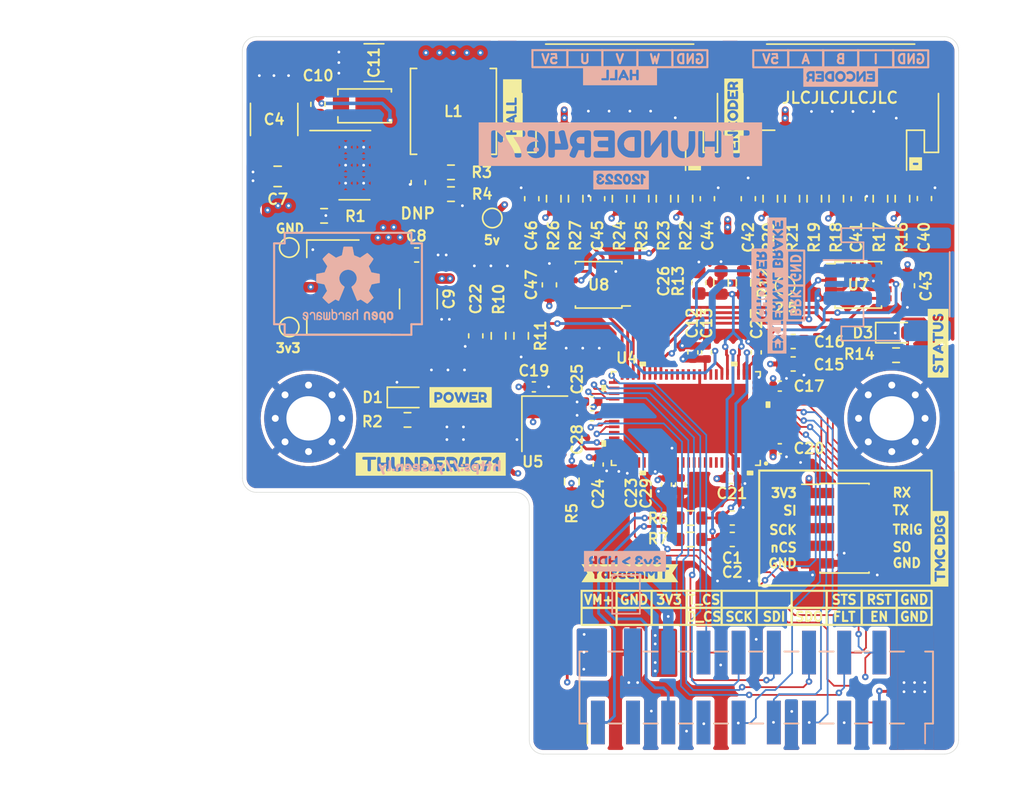
<source format=kicad_pcb>
(kicad_pcb (version 20241229) (generator "pcbnew") (generator_version "9.0")
  (title_block (title "THUNDER4671") (date "2023-02-12") (rev "v1.0") (company "Yaseen M. Twati") (comment 1 "https://yaseen.ly"))
  (layers (0 "F.Cu" signal "Front") (4 "In1.Cu" power "GND") (6 "In2.Cu" power "POWER") (2 "B.Cu" signal "Back") (13 "F.Paste" user) (15 "B.Paste" user) (5 "F.SilkS" user "F.Silkscreen") (7 "B.SilkS" user "B.Silkscreen") (1 "F.Mask" user) (3 "B.Mask" user) (25 "Edge.Cuts" user))
  (net 0 "")
  (net 1 "+36V")
  (net 2 "GND")
  (net 3 "Net-(C10-Pad1)")
  (net 4 "Net-(C10-Pad2)")
  (net 5 "Net-(C28-Pad1)")
  (net 6 "+5V")
  (net 7 "+3V3")
  (net 8 "Net-(C29-Pad1)")
  (net 9 "ADC_VM")
  (net 10 "+2V5")
  (net 11 "Net-(C40-Pad1)")
  (net 12 "Net-(C41-Pad1)")
  (net 13 "Net-(C27-Pad1)")
  (net 14 "Net-(C42-Pad1)")
  (net 15 "Net-(C44-Pad1)")
  (net 16 "Net-(C45-Pad1)")
  (net 17 "Net-(C46-Pad1)")
  (net 18 "HALL_U_C")
  (net 19 "HALL_W_C")
  (net 20 "ENC_I_C")
  (net 21 "TMC_nCS")
  (net 22 "Net-(D1-Pad2)")
  (net 23 "TMC_EN")
  (net 24 "Net-(D3-Pad2)")
  (net 25 "SPI_SCK")
  (net 26 "SPI_MOSI")
  (net 27 "SPI_MISO")
  (net 28 "TMC_STATUS")
  (net 29 "TMC_nRST")
  (net 30 "DBG_nCS")
  (net 31 "DBG_SCK")
  (net 32 "DBG_MOSI")
  (net 33 "DBG_MISO")
  (net 34 "DBG_TRIG")
  (net 35 "ENC_B")
  (net 36 "ENC_A")
  (net 37 "TMC_RX")
  (net 38 "TMC_TX")
  (net 39 "Net-(R1-Pad2)")
  (net 40 "/Power/B_FB")
  (net 42 "TMC_BRAKE")
  (net 46 "HALL_V_C")
  (net 49 "ENC_B_C")
  (net 50 "ENC_A_C")
  (net 51 "ENC_I")
  (net 52 "HALL_W")
  (net 53 "HALL_V")
  (net 54 "DRV_FAULT")
  (net 55 "HALL_U")
  (net 66 "DRV_nCS")
  (net 68 "CURU")
  (net 69 "CURW")
  (net 70 "UH")
  (net 71 "UL")
  (net 72 "VH")
  (net 73 "VL")
  (net 74 "WH")
  (net 75 "WL")
  (net 76 "DRV_EN")
  (net 77 "25M_CLK")
  (net 78 "Net-(C6-Pad1)")
  (net 79 "CURV")
  (net 91 "Net-(J2-Pad6)")
  (net 92 "CURU_FLT")
  (net 93 "CURW_FLT")
  (footprint "Capacitor_SMD:C_0603_1608Metric" (layer "F.Cu") (at 134.324055 89.739021)
    (property "Reference" "C8")
    (property "Value" "100n")
  )
  (footprint "Capacitor_SMD:C_0603_1608Metric" (layer "F.Cu") (at 169.74753 91.961521 -90)
    (property "Reference" "C43")
    (property "Value" "100n")
  )
  (footprint "TestPoint:TestPoint_Pad_D1.0mm" (layer "F.Cu") (at 125.128 89.2052)
    (property "Reference" "TP6" (hide yes))
    (property "Value" "TP_GND")
  )
  (footprint "Capacitor_SMD:C_0402_1005Metric" (layer "F.Cu") (at 157.005 105.893)
    (property "Reference" "C21")
    (property "Value" "100n")
  )
  (footprint "kibuzzard-63E7BAE4" (layer "F.Cu") (at 154.3888 83.16)
    (property "Reference" "kibuzzard-63E7BAE4" (hide yes))
    (property "Value" "G***" (hide yes))
  )
  (footprint "Capacitor_SMD:C_0402_1005Metric" (layer "F.Cu") (at 146.973255 100.330821 180)
    (property "Reference" "C25")
    (property "Value" "100n")
  )
  (footprint "Capacitor_SMD:C_0402_1005Metric" (layer "F.Cu") (at 153.374055 106.325221 -90)
    (property "Reference" "C29")
    (property "Value" "100n")
  )
  (footprint "kibuzzard-63E226CF" (layer "F.Cu") (at 172.0926 110.9599 90)
    (property "Reference" "kibuzzard-63E226CF" (hide yes))
    (property "Value" "G***" (hide yes))
  )
  (footprint "Resistor_SMD:R_0603_1608Metric" (layer "F.Cu") (at 159.851055 85.675021 90)
    (property "Reference" "R20")
    (property "Value" "4k7")
  )
  (footprint "74LVG17DP:74LVC3G17DP_125" (layer "F.Cu") (at 147.462205 91.898021 180)
    (property "Reference" "U8")
    (property "Value" "74LVC3G17DP_125" (hide yes))
  )
  (footprint "kibuzzard-63E226B2" (layer "F.Cu") (at 137.4978 100.0256)
    (property "Reference" "kibuzzard-63E226B2" (hide yes))
    (property "Value" "G***" (hide yes))
  )
  (footprint "Capacitor_SMD:C_1812_4532Metric" (layer "F.Cu") (at 124.037055 79.949821 -90)
    (property "Reference" "C4")
    (property "Value" "4.7u/100v")
  )
  (footprint "kibuzzard-63E226B8" (layer "F.Cu") (at 171.961028 96.114 90)
    (property "Reference" "kibuzzard-63E226B8" (hide yes))
    (property "Value" "G***" (hide yes))
  )
  (footprint "Capacitor_SMD:C_1210_3225Metric" (layer "F.Cu") (at 131.244056 75.845621)
    (property "Reference" "C11")
    (property "Value" "10u/50v")
  )
  (footprint "Capacitor_SMD:C_1210_3225Metric" (layer "F.Cu") (at 134.451055 92.914021 -90)
    (property "Reference" "C9")
    (property "Value" "10u/50v")
  )
  (footprint "Capacitor_SMD:C_0603_1608Metric" (layer "F.Cu") (at 157.1066 110.2872 180)
    (property "Reference" "C2")
    (property "Value" "1n")
  )
  (footprint "LED_SMD:LED_0603_1608Metric" (layer "F.Cu") (at 133.689055 100.026021)
    (property "Reference" "D1")
    (property "Value" "PWR")
  )
  (footprint "TestPoint:TestPoint_Pad_D1.0mm" (layer "F.Cu") (at 125.128 94.9456)
    (property "Reference" "TP2" (hide yes))
    (property "Value" "TP_3V3")
  )
  (footprint "Capacitor_SMD:C_0603_1608Metric" (layer "F.Cu") (at 166.201055 85.675021 90)
    (property "Reference" "C41")
    (property "Value" "100p")
  )
  (footprint "Resistor_SMD:R_0603_1608Metric" (layer "F.Cu") (at 167.801255 85.675021 -90)
    (property "Reference" "R17")
    (property "Value" "1k")
  )
  (footprint "MountingHole:MountingHole_3.2mm_M3_Pad_Via" (layer "F.Cu") (at 168.620055 101.540021)
    (property "Reference" "H2" (hide yes))
    (property "Value" "MountingHole_Pad")
  )
  (footprint "Capacitor_SMD:C_0402_1005Metric" (layer "F.Cu") (at 160.536855 103.734421)
    (property "Reference" "C20")
    (property "Value" "100n")
  )
  (footprint "Capacitor_SMD:C_0402_1005Metric" (layer "F.Cu") (at 160.536855 99.2128)
    (property "Reference" "C17")
    (property "Value" "100n")
  )
  (footprint "LMR16020:LMR16020PDDAR" (layer "F.Cu") (at 129.847056 83.254021)
    (property "Reference" "U3" (hide yes))
    (property "Value" "LMR16020PDDAR" (hide yes))
  )
  (footprint "SS2PH10:SS2PH10-M3&slash_85A" (layer "F.Cu") (at 130.570705 78.968371 180)
    (property "Reference" "D2" (hide yes))
    (property "Value" "SS2PH10" (hide yes))
  )
  (footprint "Connector_PinHeader_2.54mm:PinHeader_2x10_P2.54mm_Vertical_SMD" (layer "F.Cu") (at 158.835055 120.981021 90)
    (property "Reference" "J2" (hide yes))
    (property "Value" "INPUT")
  )
  (footprint "kibuzzard-63E7BAE4" (layer "F.Cu") (at 170.34 83.16)
    (property "Reference" "kibuzzard-63E7BAE4" (hide yes))
    (property "Value" "G***" (hide yes))
  )
  (footprint "Capacitor_SMD:C_0603_1608Metric" (layer "F.Cu") (at 143.906205 91.898021 90)
    (property "Reference" "C47")
    (property "Value" "100n")
  )
  (footprint "Resistor_SMD:R_0603_1608Metric" (layer "F.Cu") (at 152.1409 85.6746 -90)
    (property "Reference" "R23")
    (property "Value" "4k7")
  )
  (footprint "Resistor_SMD:R_0603_1608Metric" (layer "F.Cu") (at 164.613555 85.675021 90)
    (property "Reference" "R18")
    (property "Value" "4k7")
  )
  (footprint "Resistor_SMD:R_0603_1608Metric" (layer "F.Cu") (at 127.642855 86.912221 180)
    (property "Reference" "R1")
    (property "Value" "30k")
  )
  (footprint "Capacitor_SMD:C_0402_1005Metric" (layer "F.Cu") (at 154.2618 96.774821 90)
    (property "Reference" "C12")
    (property "Value" "4.7u/10v")
  )
  (footprint "Capacitor_SMD:C_0603_1608Metric" (layer "F.Cu") (at 161.502055 97.613021)
    (property "Reference" "C15")
    (property "Value" "4.7u/10v")
  )
  (footprint "Capacitor_SMD:C_0402_1005Metric" (layer "F.Cu") (at 146.973255 101.346821 180)
    (property "Reference" "C28")
    (property "Value" "100n")
  )
  (footprint "Capacitor_SMD:C_0603_1608Metric" (layer "F.Cu") (at 127.198855 78.860421 90)
    (property "Reference" "C10")
    (property "Value" "100n")
  )
  (footprint "Capacitor_SMD:C_0402_1005Metric" (layer "F.Cu") (at 155.2524 96.774821 90)
    (property "Reference" "C13")
    (property "Value" "100n")
  )
  (footprint "TestPoint:TestPoint_Pad_D1.0mm" (layer "F.Cu") (at 139.7838 87.0716 -90)
    (property "Reference" "TP3" (hide yes))
    (property "Value" "TP_5")
  )
  (footprint "Resistor_SMD:R_0603_1608Metric" (layer "F.Cu") (at 136.801055 85.345221)
    (property "Reference" "R4")
    (property "Value" "17.8k")
  )
  (footprint "Resistor_SMD:R_0603_1608Metric" (layer "F.Cu") (at 140.229455 95.581021 90)
    (property "Reference" "R10")
    (property "Value" "47k")
  )
  (footprint "LED_SMD:LED_0603_1608Metric" (layer "F.Cu") (at 168.943 95.352)
    (property "Reference" "D3")
    (property "Value" "TMC_STATUS_LED")
  )
  (footprint "kibuzzard-63E22431" (layer "F.Cu") (at 141.2316 79.7183 90)
    (property "Reference" "kibuzzard-63E22431" (hide yes))
    (property "Value" "G***" (hide yes))
  )
  (footprint "Resistor_SMD:R_0603_1608Metric" (layer "F.Cu") (at 144.219275 85.6746 90)
    (property "Reference" "R26")
    (property "Value" "4k7")
  )
  (footprint "Connector_PinHeader_1.27mm:PinHeader_2x05_P1.27mm_Vertical_SMD" (layer "F.Cu") (at 165.210455 109.474821)
    (property "Reference" "J7" (hide yes))
    (property "Value" "TMC_DBG")
  )
  (footprint "Capacitor_SMD:C_0402_1005Metric" (layer "F.Cu") (at 147.430455 104.877421 -90)
    (property "Reference" "C24")
    (property "Value" "100n")
  )
  (footprint "Resistor_SMD:R_0603_1608Metric" (layer "F.Cu") (at 168.9298 96.9776)
    (property "Reference" "R14")
    (property "Value" "220R")
  )
  (footprint "Resistor_SMD:R_0603_1608Metric" (layer "F.Cu") (at 161.438555 85.675021 -90)
    (property "Reference" "R21")
    (property "Value" "1k")
  )
  (footprint "kibuzzard-63E27A2B" (layer "F.Cu") (at 149.7152 112.7256)
    (property "Reference" "kibuzzard-63E27A2B" (hide yes))
    (property "Value" "G***" (hide yes))
  )
  (footprint "Capacitor_SMD:C_0603_1608Metric" (layer "F.Cu") (at 157.1066 108.7378 180)
    (property "Reference" "C1")
    (property "Value" "1n")
  )
  (footprint "Capacitor_SMD:C_0402_1005Metric" (layer "F.Cu") (at 158.835055 96.774821 90)
    (property "Reference" "C27")
    (property "Value" "100n")
  )
  (footprint "Resistor_SMD:R_0603_1608Metric" (layer "F.Cu") (at 156.294855 91.745621 90)
    (property "Reference" "R13")
    (property "Value" "4k7")
  )
  (footprint "kibuzzard-63E227ED" (layer "F.Cu") (at 135.3388 104.8516)
    (property "Reference" "kibuzzard-63E227ED" (hide yes))
    (property "Value" "G***" (hide yes))
  )
  (footprint "TMC4671:TMC4671-LA" (layer "F.Cu") (at 153.755055 101.550021 180)
    (property "Reference" "U4")
    (property "Value" "TMC4671-LA" (hide yes))
  )
  (footprint "TestPoint:TestPoint_Pad_D1.0mm" (layer "F.Cu") (at 160.9166 91.9738)
    (property "Reference" "TP4" (hide yes))
    (property "Value" "TP_2V5")
  )
  (footprint "Capacitor_SMD:C_0805_2012Metric" (layer "F.Cu") (at 124.291055 84.064621)
    (property "Reference" "C7")
    (property "Value" "100n/100v")
  )
  (footprint "Capacitor_SMD:C_0603_1608Metric" (layer "F.Cu") (at 154.694855 91.745621 90)
    (property "Reference" "C26")
    (property "Value" "100n")
  )
  (footprint "MountingHole:MountingHole_3.2mm_M3_Pad_Via" (layer "F.Cu") (at 126.520055 101.540021)
    (property "Reference" "H1" (hide yes))
    (property "Value" "MountingHole_Pad")
  )
  (footprint "Resistor_SMD:R_0603_1608Metric" (layer "F.Cu") (at 169.388755 85.675021 90)
    (property "Reference" "R16")
    (property "Value" "4k7")
  )
  (footprint "Capacitor_SMD:C_0402_1005Metric" (layer "F.Cu") (at 152.358055 106.325221 -90)
    (property "Reference" "C23")
    (property "Value" "100n")
  )
  (footprint "Resistor_SMD:R_0603_1608Metric" (layer "F.Cu") (at 136.800055 83.770421 180)
    (property "Reference" "R3")
    (property "Value" "100k")
  )
  (footprint "Resistor_SMD:R_0603_1608Metric" (layer "F.Cu") (at 153.725225 85.6746 90)
    (property "Reference" "R22")
    (property "Value" "4k7")
  )
  (footprint "Resistor_SMD:R_0603_1608Metric" (layer "F.Cu") (at 163.026055 85.675021 -90)
    (property "Reference" "R19")
    (property "Value" "1k")
  )
  (footprint "Connector_JST:JST_PH_S5B-PH-SM4-TB_1x05-1MP_P2.00mm_Horizontal" (layer "F.Cu") (at 164.9298 79.0198 180)
    (property "Reference" "J4" (hide yes))
    (property "Value" "ENCODER")
  )
  (footprint "Resistor_SMD:R_0603_1608Metric" (layer "F.Cu") (at 145.8036 85.6746 -90)
    (property "Reference" "R27")
    (property "Value" "4k7")
  )
  (footprint "Capacitor_SMD:C_0603_1608Metric" (layer "F.Cu") (at 155.30955 85.6746 90)
    (property "Reference" "C44")
    (property "Value" "1n")
  )
  (footprint "Capacitor_SMD:C_0603_1608Metric" (layer "F.Cu") (at 142.63495 85.6746 90)
    (property "Reference" "C46")
    (property "Value" "1n")
  )
  (footprint "Resistor_SMD:R_0603_1608Metric" (layer "F.Cu") (at 145.525455 106.096621 -90)
    (property "Reference" "R5")
    (property "Value" "10k")
  )
  (footprint "Resistor_SMD:R_0603_1608Metric" (layer "F.Cu") (at 133.663555 101.651621)
    (property "Reference" "R2")
    (property "Value" "220R")
  )
  (footprint "Capacitor_SMD:C_0402_1005Metric" (layer "F.Cu") (at 142.784855 99.264021)
    (property "Reference" "C19")
    (property "Value" "100n")
  )
  (footprint "Resistor_SMD:R_0603_1608Metric" (layer "F.Cu") (at 157.919855 91.745621 -90)
    (property "Reference" "R12")
    (property "Value" "4k7")
  )
  (footprint "kibuzzard-63E2237C" (layer "F.Cu") (at 157.2082 79.691884 90)
    (property "Reference" "kibuzzard-63E2237C" (hide yes))
    (property "Value" "G***" (hide yes))
  )
  (footprint "Capacitor_SMD:C_0603_1608Metric" (layer "F.Cu") (at 158.263555 85.675021 90)
    (property "Reference" "C42")
    (property "Value" "100p")
  )
  (footprint "Capacitor_SMD:C_0603_1608Metric" (layer "F.Cu") (at 138.591055 95.581021 -90)
    (property "Reference" "C22")
    (property "Value" "100n")
  )
  (footprint "Resistor_SMD:R_0603_1608Metric" (layer "F.Cu") (at 141.867855 95.581021 -90)
    (property "Reference" "R11")
    (property "Value" "1k")
  )
  (footprint "Package_TO_SOT_SMD:SOT-223-3_TabPin2" (layer "F.Cu") (at 128.304255 92.069611 180)
    (property "Reference" "U2")
    (property "Value" "LD1117S33TR_SOT223")
  )
  (footprint "Capacitor_SMD:C_0603_1608Metric" (layer "F.Cu") (at 134.437855 84.507021 -90)
    (property "Reference" "C6" (hide yes))
    (property "Value" "DNP")
  )
  (footprint "Resistor_SMD:R_0603_1608Metric" (layer "F.Cu") (at 154.084 108.7378)
    (property "Reference" "R6")
    (property "Value" "1k")
  )
  (footprint "Connector_JST:JST_PH_S5B-PH-SM4-TB_1x05-1MP_P2.00mm_Horizontal" (layer "F.Cu") (at 148.9786 79.0198 180)
    (property "Reference" "J3" (hide yes))
    (property "Value" "HALL")
  )
  (footprint "Capacitor_SMD:C_0603_1608Metric" (layer "F.Cu") (at 170.976255 85.662821 90)
    (property "Reference" "C40")
    (property "Value" "100p")
  )
  (footprint "74LVG17DP:74LVC3G17DP_125" (layer "F.Cu") (at 166.201055 91.898021)
    (property "Reference" "U7")
    (property "Value" "74LVC3G17DP_125" (hide yes))
  )
  (footprint "Resistor_SMD:R_0603_1608Metric" (layer "F.Cu") (at 154.084 110.2872)
    (property "Reference" "R7")
    (property "Value" "1k")
  )
  (footprint "Resistor_SMD:R_0603_1608Metric" (layer "F.Cu") (at 150.556575 85.6746 -90)
    (property "Reference" "R25")
    (property "Value" "4k7")
  )
  (footprint "Capacitor_SMD:C_0603_1608Metric" (layer "F.Cu") (at 161.502055 95.987421)
    (property "Reference" "C16")
    (property "Value" "470n/16v")
  )
  (footprint "Resistor_SMD:R_0603_1608Metric" (layer "F.Cu") (at 148.97225 85.6746 90)
    (property "Reference" "R24")
    (property "Value" "4k7")
  )
  (footprint "Inductor_SMD:L_Bourns_SRN6045TA" (layer "F.Cu") (at 136.977855 79.368421 90)
    (property "Reference" "L1")
    (property "Value" "15uH/2.5A")
  )
  (footprint "Crystal:Crystal_SMD_3225-4Pin_3.2x2.5mm" (layer "F.Cu") (at 143.569655 101.931021 -90)
    (property "Reference" "U5")
    (property "Value" "Crystal_Oscillator")
  )
  (footprint "Capacitor_SMD:C_0603_1608Metric" (layer "F.Cu") (at 147.387925 85.6746 90)
    (property "Reference" "C45")
    (property "Value" "1n")
  )
  (footprint "Connector_JST:JST_PH_S2B-PH-SM4-TB_1x02-1MP_P2.00mm_Horizontal" (layer "B.Cu") (at 168.2878 91.8628 -90)
    (property "Reference" "J6" (hide yes))
    (property "Value" "TMC_BRAKE" (hide yes))
  )
  (footprint "kibuzzard-63E8BB9F" (layer "B.Cu") (at 149.0802 84.3284 180)
    (property "Reference" "kibuzzard-63E8BB9F" (hide yes))
    (property "Value" "G***" (hide yes))
  )
  (footprint "kibuzzard-63E2237C" (layer "B.Cu") (at 164.9298 76.9116 180)
    (property "Reference" "kibuzzard-63E2237C" (hide yes))
    (property "Value" "G***" (hide yes))
  )
  (footprint "kibuzzard-63E27EA0" (layer "B.Cu") (at 159.164 91.923 90)
    (property "Reference" "kibuzzard-63E27EA0" (hide yes))
    (property "Value" "G***" (hide yes))
  )
  (footprint "kibuzzard-63E27F9D" (layer "B.Cu") (at 135.9738 105.0802 180)
    (property "Reference" "kibuzzard-63E27F9D" (hide yes))
    (property "Value" "G***" (hide yes))
  )
  (footprint "Jumper:SolderJumper-2_P1.3mm_Open_TrianglePad1.0x1.5mm" (layer "B.Cu") (at 149.4358 114.2496 -90)
    (property "Reference" "OUT_3V3" (hide yes))
    (property "Value" "SolderJumper_2_Open")
  )
  (footprint "Connector_PinHeader_2.54mm:PinHeader_2x10_P2.54mm_Vertical_SMD" (layer "B.Cu") (at 158.835055 120.981021 90)
    (property "Reference" "J1" (hide yes))
    (property "Value" "HEADER")
  )
  (footprint "kibuzzard-63E28031" (layer "B.Cu") (at 149.0294 81.7376 180)
    (property "Reference" "kibuzzard-63E28031" (hide yes))
    (property "Value" "G***" (hide yes))
  )
  (footprint "Symbol:OSHW-Logo2_7.3x6mm_SilkScreen" (layer "B.Cu") (at 129.3698 91.8976 180)
    (property "Reference" "REF**" (hide yes))
    (property "Value" "OSHW-Logo2_7.3x6mm_SilkScreen" (hide yes))
  )
  (footprint "kibuzzard-63E280FC" (layer "B.Cu") (at 149.3596 111.862 180)
    (property "Reference" "kibuzzard-63E280FC" (hide yes))
    (property "Value" "G***" (hide yes))
  )
  (footprint "kibuzzard-63E27E98" (layer "B.Cu") (at 160.3324 91.9484 90)
    (property "Reference" "kibuzzard-63E27E98" (hide yes))
    (property "Value" "G***" (hide yes))
  )
  (footprint "kibuzzard-63E22431" (layer "B.Cu") (at 149.004 76.81 180)
    (property "Reference" "kibuzzard-63E22431" (hide yes))
    (property "Value" "G***" (hide yes))
  )
  (gr_rect (start 156.340455 115.227921) (end 158.860455 116.457321) (stroke (width 0.1524)) (fill no) (layer "F.SilkS"))
  (gr_circle (center 159.545 104.8008) (end 159.625322 104.8008) (stroke (width 0.1524)) (fill yes) (layer "F.SilkS"))
  (gr_rect (start 146.231255 115.227921) (end 148.751255 116.457321) (stroke (width 0.1524)) (fill no) (layer "F.SilkS"))
  (gr_rect (start 166.449655 113.996021) (end 168.969655 115.225421) (stroke (width 0.1524)) (fill no) (layer "F.SilkS"))
  (gr_rect (start 161.395055 113.996021) (end 163.915055 115.225421) (stroke (width 0.1524)) (fill no) (layer "F.SilkS"))
  (gr_rect (start 159.050955 105.309221) (end 171.496955 113.615021) (stroke (width 0.1524)) (fill no) (layer "F.SilkS"))
  (gr_rect (start 148.758555 115.227921) (end 151.278555 116.457321) (stroke (width 0.1524)) (fill no) (layer "F.SilkS"))
  (gr_rect (start 153.813155 115.227921) (end 156.333155 116.457321) (stroke (width 0.1524)) (fill no) (layer "F.SilkS"))
  (gr_rect (start 168.976955 115.227921) (end 171.496955 116.457321) (stroke (width 0.1524)) (fill no) (layer "F.SilkS"))
  (gr_rect (start 168.976955 113.996021) (end 171.496955 115.225421) (stroke (width 0.1524)) (fill no) (layer "F.SilkS"))
  (gr_rect (start 158.867755 115.227921) (end 161.387755 116.457321) (stroke (width 0.1524)) (fill no) (layer "F.SilkS"))
  (gr_rect (start 151.285855 113.996021) (end 153.805855 115.225421) (stroke (width 0.1524)) (fill no) (layer "F.SilkS"))
  (gr_rect (start 166.449655 115.227921) (end 168.969655 116.457321) (stroke (width 0.1524)) (fill no) (layer "F.SilkS"))
  (gr_rect (start 153.813155 113.996021) (end 156.333155 115.225421) (stroke (width 0.1524)) (fill no) (layer "F.SilkS"))
  (gr_rect (start 148.758555 113.996021) (end 151.278555 115.225421) (stroke (width 0.1524)) (fill no) (layer "F.SilkS"))
  (gr_rect (start 161.395055 115.227921) (end 163.915055 116.457321) (stroke (width 0.1524)) (fill no) (layer "F.SilkS"))
  (gr_rect (start 151.285855 115.227921) (end 153.805855 116.457321) (stroke (width 0.1524)) (fill no) (layer "F.SilkS"))
  (gr_rect (start 156.340455 113.996021) (end 158.860455 115.225421) (stroke (width 0.1524)) (fill no) (layer "F.SilkS"))
  (gr_rect (start 163.922355 115.227921) (end 166.442355 116.457321) (stroke (width 0.1524)) (fill no) (layer "F.SilkS"))
  (gr_rect (start 163.922355 113.996021) (end 166.442355 115.225421) (stroke (width 0.1524)) (fill no) (layer "F.SilkS"))
  (gr_rect (start 158.867755 113.996021) (end 161.387755 115.225421) (stroke (width 0.1524)) (fill no) (layer "F.SilkS"))
  (gr_rect (start 146.231255 113.996021) (end 148.751255 115.225421) (stroke (width 0.1524)) (fill no) (layer "F.SilkS"))
  (gr_rect (start 152.7886 74.9456) (end 155.3086 76.175) (stroke (width 0.1524)) (fill no) (layer "B.SilkS"))
  (gr_line (start 133.9418 94.7424) (end 133.9418 95.5044) (stroke (width 0.1524)) (layer "B.SilkS"))
  (gr_line (start 124.0358 88.9004) (end 124.7978 88.9004) (stroke (width 0.1524)) (layer "B.SilkS"))
  (gr_rect (start 150.2613 74.9456) (end 152.7813 76.175) (stroke (width 0.1524)) (fill no) (layer "B.SilkS"))
  (gr_line (start 134.7038 94.7424) (end 133.9418 94.7424) (stroke (width 0.1524)) (layer "B.SilkS"))
  (gr_line (start 124.7978 95.5044) (end 124.7978 94.7424) (stroke (width 0.1524)) (layer "B.SilkS"))
  (gr_rect (start 145.2067 74.9456) (end 147.7267 76.175) (stroke (width 0.1524)) (fill no) (layer "B.SilkS"))
  (gr_line (start 133.9418 88.1384) (end 133.9418 88.9004) (stroke (width 0.1524)) (layer "B.SilkS"))
  (gr_line (start 124.7978 88.9004) (end 124.7978 88.1384) (stroke (width 0.1524)) (layer "B.SilkS"))
  (gr_line (start 133.9418 88.9004) (end 134.7038 88.9004) (stroke (width 0.1524)) (layer "B.SilkS"))
  (gr_line (start 124.7978 88.1384) (end 133.9418 88.1384) (stroke (width 0.1524)) (layer "B.SilkS"))
  (gr_rect (start 166.2025 74.9558) (end 168.7225 76.1852) (stroke (width 0.1524)) (fill no) (layer "B.SilkS"))
  (gr_rect (start 142.6794 74.9456) (end 145.1994 76.175) (stroke (width 0.1524)) (fill no) (layer "B.SilkS"))
  (gr_rect (start 161.1479 74.9558) (end 163.6679 76.1852) (stroke (width 0.1524)) (fill no) (layer "B.SilkS"))
  (gr_rect (start 161.0685 89.4211) (end 162.2979 91.9411) (stroke (width 0.1524)) (fill no) (layer "B.SilkS"))
  (gr_rect (start 163.6752 74.9558) (end 166.1952 76.1852) (stroke (width 0.1524)) (fill no) (layer "B.SilkS"))
  (gr_rect (start 161.0685 91.9484) (end 162.2979 94.4684) (stroke (width 0.1524)) (fill no) (layer "B.SilkS"))
  (gr_line (start 124.7978 94.7424) (end 124.0358 94.7424) (stroke (width 0.1524)) (layer "B.SilkS"))
  (gr_rect (start 147.734 74.9456) (end 150.254 76.175) (stroke (width 0.1524)) (fill no) (layer "B.SilkS"))
  (gr_line (start 134.7038 88.9004) (end 134.7038 94.7424) (stroke (width 0.1524)) (layer "B.SilkS"))
  (gr_line (start 124.0358 94.7424) (end 124.0358 88.9004) (stroke (width 0.1524)) (layer "B.SilkS"))
  (gr_line (start 133.9418 95.5044) (end 124.7978 95.5044) (stroke (width 0.1524)) (layer "B.SilkS"))
  (gr_rect (start 158.6206 74.9558) (end 161.1406 76.1852) (stroke (width 0.1524)) (fill no) (layer "B.SilkS"))
  (gr_rect (start 168.7298 74.9558) (end 171.2498 76.1852) (stroke (width 0.1524)) (fill no) (layer "B.SilkS"))
  (gr_line (start 122.767055 106.884003) (end 141.436055 106.884021) (stroke (width 0.0381)) (layer "Edge.Cuts"))
  (gr_arc (start 172.424055 73.971021) (mid 173.142498 74.268578) (end 173.440055 74.987021) (stroke (width 0.0381)) (layer "Edge.Cuts"))
  (gr_line (start 143.468073 125.78902) (end 172.424056 125.78902) (stroke (width 0.0381)) (layer "Edge.Cuts"))
  (gr_arc (start 122.767055 106.884003) (mid 122.048611 106.586448) (end 121.751056 105.868004) (stroke (width 0.0381)) (layer "Edge.Cuts"))
  (gr_arc (start 141.436055 106.884021) (mid 142.154498 107.181577) (end 142.452054 107.90002) (stroke (width 0.0381)) (layer "Edge.Cuts"))
  (gr_arc (start 173.440055 124.773021) (mid 173.142466 125.491431) (end 172.424056 125.78902) (stroke (width 0.0381)) (layer "Edge.Cuts"))
  (gr_line (start 121.742475 74.987021) (end 121.751056 105.868004) (stroke (width 0.0381)) (layer "Edge.Cuts"))
  (gr_line (start 173.440055 124.773021) (end 173.440055 74.987021) (stroke (width 0.0381)) (layer "Edge.Cuts"))
  (gr_line (start 142.452074 124.773021) (end 142.452054 107.90002) (stroke (width 0.0381)) (layer "Edge.Cuts"))
  (gr_arc (start 121.742475 74.987021) (mid 122.04005 74.268596) (end 122.758475 73.971021) (stroke (width 0.0381)) (layer "Edge.Cuts"))
  (gr_line (start 172.424055 73.971021) (end 122.758475 73.971021) (stroke (width 0.0381)) (layer "Edge.Cuts"))
  (gr_arc (start 143.468073 125.78902) (mid 142.749617 125.491477) (end 142.452074 124.773021) (stroke (width 0.0381)) (layer "Edge.Cuts"))
  (gr_text "T_CS" (at 155.073155 114.640721 0) (layer "F.SilkS") (effects (font (size 0.6604 0.6604) (thickness 0.1524))))
  (gr_text "3V3" (at 152.545855 114.640721 0) (layer "F.SilkS") (effects (font (size 0.6604 0.6604) (thickness 0.1524))))
  (gr_text "SDO" (at 162.655055 115.872621 0) (layer "F.SilkS") (effects (font (size 0.6604 0.6604) (thickness 0.1524))))
  (gr_text "SI" (at 161.2722 108.2044 0) (layer "F.SilkS") (effects (font (size 0.6604 0.6604) (thickness 0.1524))))
  (gr_text "D_CS" (at 155.073155 115.872621 0) (layer "F.SilkS") (effects (font (size 0.6604 0.6604) (thickness 0.1524))))
  (gr_text "JLCJLCJLCJLC" (at 164.879 78.3848 0) (layer "F.SilkS") (effects (font (size 0.8128 0.8128) (thickness 0.1524))))
  (gr_text "RST" (at 167.709655 114.640721 0) (layer "F.SilkS") (effects (font (size 0.6604 0.6604) (thickness 0.1524))))
  (gr_text "GND" (at 170.236955 115.872621 0) (layer "F.SilkS") (effects (font (size 0.6604 0.6604) (thickness 0.1524))))
  (gr_text "3v3" (at 125.0518 96.4696 0) (layer "F.SilkS") (effects (font (size 0.6604 0.6604) (thickness 0.1524))))
  (gr_text "GND" (at 125.1788 87.8336 0) (layer "F.SilkS") (effects (font (size 0.6604 0.6604) (thickness 0.1524))))
  (gr_text "SCK" (at 157.600455 115.872621 0) (layer "F.SilkS") (effects (font (size 0.6604 0.6604) (thickness 0.1524))))
  (gr_text "DNP" (at 134.399 86.7414 0) (layer "F.SilkS") (effects (font (size 0.8128 0.8128) (thickness 0.1524))))
  (gr_text "2.5" (at 160.9674 93.5486 0) (layer "F.SilkS") (effects (font (size 0.6604 0.6604) (thickness 0.1524))))
  (gr_text "3V3" (at 160.831934 106.9344 0) (layer "F.SilkS") (effects (font (size 0.6604 0.6604) (thickness 0.1524))))
  (gr_text "TX" (at 169.264733 108.179 0) (layer "F.SilkS") (effects (font (size 0.6604 0.6604) (thickness 0.1524))))
  (gr_text "TRIG" (at 169.767895 109.576 0) (layer "F.SilkS") (effects (font (size 0.6604 0.6604) (thickness 0.1524))))
  (gr_text "RX" (at 169.343352 106.909 0) (layer "F.SilkS") (effects (font (size 0.6604 0.6604) (thickness 0.1524))))
  (gr_text "EN" (at 167.709655 115.872621 0) (layer "F.SilkS") (effects (font (size 0.6604 0.6604) (thickness 0.1524))))
  (gr_text "GND" (at 169.705 111.989 0) (layer "F.SilkS") (effects (font (size 0.6604 0.6604) (thickness 0.1524))))
  (gr_text "VM+" (at 147.491255 114.640721 0) (layer "F.SilkS") (effects (font (size 0.6604 0.6604) (thickness 0.1524))))
  (gr_text "SO" (at 169.359076 110.846 0) (layer "F.SilkS") (effects (font (size 0.6604 0.6604) (thickness 0.1524))))
  (gr_text "GND" (at 150.018555 114.640721 0) (layer "F.SilkS") (effects (font (size 0.6604 0.6604) (thickness 0.1524))))
  (gr_text "SDI" (at 160.127755 115.872621 0) (layer "F.SilkS") (effects (font (size 0.6604 0.6604) (thickness 0.1524))))
  (gr_text "5v" (at 139.7584 88.6718 0) (layer "F.SilkS") (effects (font (size 0.6604 0.6604) (thickness 0.1524))))
  (gr_text "STS" (at 165.182355 114.640721 0) (layer "F.SilkS") (effects (font (size 0.6604 0.6604) (thickness 0.1524))))
  (gr_text "nCS" (at 160.800486 110.8714 0) (layer "F.SilkS") (effects (font (size 0.6604 0.6604) (thickness 0.1524))))
  (gr_text "GND" (at 170.236955 114.640721 0) (layer "F.SilkS") (effects (font (size 0.6604 0.6604) (thickness 0.1524))))
  (gr_text "GND" (at 160.737591 112.0144 0) (layer "F.SilkS") (effects (font (size 0.6604 0.6604) (thickness 0.1524))))
  (gr_text "SCK" (at 160.769039 109.6014 0) (layer "F.SilkS") (effects (font (size 0.6604 0.6604) (thickness 0.1524))))
  (gr_text "FLT" (at 165.182355 115.872621 0) (layer "F.SilkS") (effects (font (size 0.6604 0.6604) (thickness 0.1524))))
  (gr_text "5V" (at 143.9367 75.5908 0) (layer "B.SilkS") (effects (font (size 0.6604 0.6604) (thickness 0.1524)) (justify mirror)))
  (gr_text "GND" (at 154.0713 75.5903 0) (layer "B.SilkS") (effects (font (size 0.6604 0.6604) (thickness 0.1524)) (justify mirror)))
  (gr_text "A" (at 162.4079 75.5908 0) (layer "B.SilkS") (effects (font (size 0.6604 0.6604) (thickness 0.1524)) (justify mirror)))
  (gr_text "5V" (at 159.8806 75.5908 0) (layer "B.SilkS") (effects (font (size 0.6604 0.6604) (thickness 0.1524)) (justify mirror)))
  (gr_text "I" (at 167.4625 75.5908 0) (layer "B.SilkS") (effects (font (size 0.6604 0.6604) (thickness 0.1524)) (justify mirror)))
  (gr_text "B" (at 164.9352 75.5908 0) (layer "B.SilkS") (effects (font (size 0.6604 0.6604) (thickness 0.1524)) (justify mirror)))
  (gr_text "W" (at 151.5186 75.5908 0) (layer "B.SilkS") (effects (font (size 0.6604 0.6604) (thickness 0.1524)) (justify mirror)))
  (gr_text "BRK" (at 161.6532 93.2084 270) (layer "B.SilkS") (effects (font (size 0.6604 0.6604) (thickness 0.1524)) (justify mirror)))
  (gr_text "GND" (at 170.0152 75.5903 0) (layer "B.SilkS") (effects (font (size 0.6604 0.6604) (thickness 0.1524)) (justify mirror)))
  (gr_text "U" (at 146.464 75.5908 0) (layer "B.SilkS") (effects (font (size 0.6604 0.6604) (thickness 0.1524)) (justify mirror)))
  (gr_text "V" (at 148.9913 75.5908 0) (layer "B.SilkS") (effects (font (size 0.6604 0.6604) (thickness 0.1524)) (justify mirror)))
  (gr_text "GND" (at 161.6532 90.6811 270) (layer "B.SilkS") (effects (font (size 0.6604 0.6604) (thickness 0.1524)) (justify mirror)))
  (segment (start 140.229455 104.382855) (end 141.3586 105.512) (width 0.3556) (layer "F.Cu") (net 1))
  (segment (start 125.241055 83.069855) (end 124.171021 81.999821) (width 1.27) (layer "F.Cu") (net 1))
  (segment (start 125.241055 84.064621) (end 125.241055 83.069855) (width 1.27) (layer "F.Cu") (net 1))
  (segment (start 141.3586 105.512) (end 141.638 105.512) (width 0.3556) (layer "F.Cu") (net 1))
  (segment (start 124.171021 81.999821) (end 124.037055 81.999821) (width 1.27) (layer "F.Cu") (net 1))
  (segment (start 140.229455 96.406021) (end 140.229455 104.382855) (width 0.3556) (layer "F.Cu") (net 1))
  (via (at 146.4132 117.1452) (size 0.47) (drill 0.2) (layers "F.Cu" "B.Cu") (net 1))
  (via (at 125.0772 86.1826) (size 0.47) (drill 0.2) (layers "F.Cu" "B.Cu") (net 1))
  (via (at 124.3152 86.1826) (size 0.47) (drill 0.2) (layers "F.Cu" "B.Cu") (net 1))
  (via (at 146.397779 118.430621) (size 0.47) (drill 0.2) (layers "F.Cu" "B.Cu") (net 1))
  (via (at 141.638 105.512) (size 0.47) (drill 0.2) (layers "F.Cu" "B.Cu") (net 1))
  (via (at 123.5659 86.5001) (size 0.47) (drill 0.2) (layers "F.Cu" "B.Cu") (net 1))
  (via (at 146.3878 119.6598) (size 0.47) (drill 0.2) (layers "F.Cu" "B.Cu") (net 1))
  (segment (start 127.7696 86.8938) (end 127.788021 86.912221) (width 0.254) (layer "F.Cu") (net 2))
  (segment (start 141.879 84.8996) (end 142.63495 84.8996) (width 0.254) (layer "F.Cu") (net 2))
  (segment (start 126.6774 89.2052) (end 126.8298 89.3576) (width 0.25) (layer "F.Cu") (net 2))
  (segment (start 133.8529 84.6459) (end 134.437855 85.230855) (width 0.2032) (layer "F.Cu") (net 2))
  (segment (start 137.828 96.3426) (end 138.577634 96.3426) (width 0.2032) (layer "F.Cu") (net 2))
  (segment (start 151.955056 104.72862) (end 151.555054 104.72862) (width 0.2032) (layer "F.Cu") (net 2))
  (segment (start 157.6654 105.893) (end 158.021 106.2486) (width 0.3556) (layer "F.Cu") (net 2))
  (segment (start 168.8668 95.3774) (end 168.8414 95.352) (width 0.254) (layer "F.Cu") (net 2))
  (segment (start 134.431645 94.369611) (end 134.451055 94.389021) (width 0.762) (layer "F.Cu") (net 2))
  (segment (start 153.374055 106.805221) (end 153.269021 106.805221) (width 0.3556) (layer "F.Cu") (net 2))
  (segment (start 156.294855 90.222255) (end 156.294855 90.920621) (width 0.3048) (layer "F.Cu") (net 2))
  (segment (start 138.577634 96.3426) (end 138.591055 96.356021) (width 0.2032) (layer "F.Cu") (net 2))
  (segment (start 168.9298 79.8712) (end 168.943 79.858) (width 0.3048) (layer "F.Cu") (net 2))
  (segment (start 149.155057 105.134019) (end 149.155057 104.72862) (width 0.2032) (layer "F.Cu") (net 2))
  (segment (start 136.682779 94.389021) (end 134.451055 94.389021) (width 0.762) (layer "F.Cu") (net 2))
  (segment (start 156.2938 90.2212) (end 156.294855 90.222255) (width 0.3048) (layer "F.Cu") (net 2))
  (segment (start 158.927554 98.950021) (end 158.927554 98.687246) (width 0.2032) (layer "F.Cu") (net 2))
  (segment (start 166.8094 85.4968) (end 166.797834 85.4968) (width 0.254) (layer "F.Cu") (net 2))
  (segment (start 156.0782 84.8996) (end 155.30955 84.8996) (width 0.254) (layer "F.Cu") (net 2))
  (segment (start 146.493255 100.330821) (end 146.493255 101.346821) (width 0.2032) (layer "F.Cu") (net 2))
  (segment (start 163.31442 92.87302) (end 163.3042 92.8628) (width 0.3556) (layer "F.Cu") (net 2))
  (segment (start 157.155056 104.72862) (end 157.155056 105.179456) (width 0.2032) (layer "F.Cu") (net 2))
  (segment (start 171.737 84.8872) (end 171.736379 84.887821) (width 0.254) (layer "F.Cu") (net 2))
  (segment (start 157.155056 105.179456) (end 157.485 105.5094) (width 0.2032) (layer "F.Cu") (net 2))
  (segment (start 157.485 105.5094) (end 157.485 105.893) (width 0.2032) (layer "F.Cu") (net 2))
  (segment (start 149.555056 104.72862) (end 149.555056 104.14802) (width 0.2032) (layer "F.Cu") (net 2))
  (segment (start 125.128 89.2052) (end 126.6774 89.2052) (width 0.25) (layer "F.Cu") (net 2))
  (segment (start 147.3191 84.8996) (end 147.387925 84.8996) (width 0.254) (layer "F.Cu") (net 2))
  (segment (start 167.5714 112.853021) (end 167.5714 112.0652) (width 0.508) (layer "F.Cu") (net 2))
  (segment (start 156.0906 84.8872) (end 156.0782 84.8996) (width 0.254) (layer "F.Cu") (net 2))
  (segment (start 161.0182 104.3182) (end 161.0182 103.735766) (width 0.508) (layer "F.Cu") (net 2))
  (segment (start 158.582821 96.294821) (end 158.275 95.987) (width 0.3556) (layer "F.Cu") (net 2))
  (segment (start 141.606055 103.031021) (end 141.563055 103.074021) (width 0.2032) (layer "F.Cu") (net 2))
  (segment (start 136.4564 89.7386) (end 136.455979 89.739021) (width 0.762) (layer "F.Cu") (net 2))
  (segment (start 151.955056 104.72862) (end 151.955056 103.35002) (width 0.2032) (layer "F.Cu") (net 2))
  (segment (start 148.6992 90.9324) (end 148.708578 90.923022) (width 0.3556) (layer "F.Cu") (net 2))
  (segment (start 141.8666 97.1046) (end 141.867855 97.103345) (width 0.2032) (layer "F.Cu") (net 2))
  (segment (start 145.930179 100.330821) (end 145.9052 100.3558) (width 0.3556) (layer "F.Cu") (net 2))
  (segment (start 147.430455 105.357421) (end 148.015579 105.357421) (width 0.3556) (layer "F.Cu") (net 2))
  (segment (start 151.955056 103.35002) (end 153.755055 101.550021) (width 0.2032) (layer "F.Cu") (net 2))
  (segment (start 157.8816 107.9882) (end 157.8816 108.7378) (width 0.254) (layer "F.Cu") (net 2))
  (segment (start 168.8414 95.352) (end 168.1555 95.352) (width 0.254) (layer "F.Cu") (net 2))
  (segment (start 154.755056 100.55002) (end 153.755055 101.550021) (width 0.2032) (layer "F.Cu") (net 2))
  (segment (start 141.8666 84.8872) (end 141.879 84.8996) (width 0.254) (layer "F.Cu") (net 2))
  (segment (start 148.582556 100.950022) (end 153.155056 100.950022) (width 0.2032) (layer "F.Cu") (net 2))
  (segment (start 149.555056 105.478515) (end 149.555056 104.72862) (width 0.2032) (layer "F.Cu") (net 2))
  (segment (start 137.626055 86.181345) (end 137.626055 85.345221) (width 0.2032) (layer "F.Cu") (net 2))
  (segment (start 132.901555 98.934555) (end 132.901555 100.026021) (width 0.2032) (layer "F.Cu") (net 2))
  (segment (start 157.485 105.893) (end 157.6654 105.893) (width 0.3556) (layer "F.Cu") (net 2))
  (segment (start 158.2496 84.176) (end 158.2496 84.886066) (width 0.254) (layer "F.Cu") (net 2))
  (segment (start 169.74753 92.736521) (end 169.74753 93.5232) (width 0.3556) (layer "F.Cu") (net 2))
  (segment (start 134.437855 85.230855) (end 134.437855 85.282021) (width 0.2032) (layer "F.Cu") (net 2))
  (segment (start 166.797834 85.4968) (end 166.201055 84.900021) (width 0.254) (layer "F.Cu") (net 2))
  (segment (start 154.2618 96.294821) (end 155.2524 96.294821) (width 0.3048) (layer "F.Cu") (net 2))
  (segment (start 131.454255 94.369611) (end 134.431645 94.369611) (width 0.762) (layer "F.Cu") (net 2))
  (segment (start 151.544 105.385) (end 151.555054 105.373946) (width 0.2032) (layer "F.Cu") (net 2))
  (segment (start 164.226205 92.87302) (end 163.31442 92.87302) (width 0.3556) (layer "F.Cu") (net 2))
  (segment (start 162.277055 95.987421) (end 162.277055 97.613021) (width 0.3556) (layer "F.Cu") (net 2))
  (segment (start 146.493255 100.330821) (end 145.930179 100.330821) (width 0.3556) (layer "F.Cu") (net 2))
  (segment (start 162.899055 112.853021) (end 162.899055 112.066455) (width 0.508) (layer "F.Cu") (net 2))
  (segment (start 136.685 94.3868) (end 136.682779 94.389021) (width 0.762) (layer "F.Cu") (net 2))
  (segment (start 148.915938 105.373138) (end 149.155057 105.134019) (width 0.2032) (layer "F.Cu") (net 2))
  (segment (start 152.755054 104.72862) (end 152.755054 103.693022) (width 0.2032) (layer "F.Cu") (net 2))
  (segment (start 158.835055 96.294821) (end 158.582821 96.294821) (width 0.3556) (layer "F.Cu") (net 2))
  (segment (start 146.493255 101.346821) (end 145.931021 101.346821) (width 0.3556) (layer "F.Cu") (net 2))
  (segment (start 161.016855 98.655345) (end 161.0182 98.654) (width 0.3556) (layer "F.Cu") (net 2))
  (segment (start 157.158655 104.725021) (end 157.155056 104.72862) (width 0.2032) (layer "F.Cu") (net 2))
  (segment (start 154.6936 90.2466) (end 154.694855 90.247855) (width 0.3048) (layer "F.Cu") (net 2))
  (segment (start 145.931021 101.346821) (end 145.9052 101.321) (width 0.3556) (layer "F.Cu") (net 2))
  (segment (start 136.455979 89.739021) (end 135.099055 89.739021) (width 0.762) (layer "F.Cu") (net 2))
  (segment (start 153.502821 96.294821) (end 154.2618 96.294821) (width 0.3556) (layer "F.Cu") (net 2))
  (segment (start 143.906205 90.355805) (end 143.906205 91.123021) (width 0.3556) (layer "F.Cu") (net 2))
  (segment (start 142.719655 103.031021) (end 141.606055 103.031021) (width 0.2032) (layer "F.Cu") (net 2))
  (segment (start 158.2496 84.886066) (end 158.263555 84.900021) (width 0.254) (layer "F.Cu") (net 2))
  (segment (start 152.9786 79.8458) (end 152.9918 79.8326) (width 0.3048) (layer "F.Cu") (net 2))
  (segment (start 153.755055 101.550021) (end 154.466255 101.550021) (width 0.2032) (layer "F.Cu") (net 2))
  (segment (start 143.264855 99.264021) (end 143.849055 99.264021) (width 0.2032) (layer "F.Cu") (net 2))
  (segment (start 171.736379 84.887821) (end 170.976255 84.887821) (width 0.254) (layer "F.Cu") (net 2))
  (segment (start 161.016855 99.2128) (end 161.016855 98.655345) (width 0.3556) (layer "F.Cu") (net 2))
  (segment (start 148.015579 105.357421) (end 148.0388 105.3342) (width 0.3556) (layer "F.Cu") (net 2))
  (segment (start 152.153055 101.550021) (end 153.755055 101.550021) (width 0.2032) (layer "F.Cu") (net 2))
  (segment (start 155.555054 103.35002) (end 153.755055 101.550021) (width 0.2032) (layer "F.Cu") (net 2))
  (segment (start 153.4998 96.2918) (end 153.502821 96.294821) (width 0.3556) (layer "F.Cu") (net 2))
  (segment (start 158.927554 103.35002) (end 155.555054 103.35002) (width 0.2032) (layer "F.Cu") (net 2))
  (segment (start 157.158655 104.242421) (end 157.158655 104.725021) (width 0.2032) (layer "F.Cu") (net 2))
  (segment (start 157.8816 110.2872) (end 157.8816 108.7378) (width 0.254) (layer "F.Cu") (net 2))
  (segment (start 152.755054 103.693022) (end 152.755054 102.550022) (width 0.2032) (layer "F.Cu") (net 2))
  (segment (start 154.755056 98.371422) (end 154.755056 100.55002) (width 0.2032) (layer "F.Cu") (net 2))
  (segment (start 146.7473 85.4714) (end 147.3191 84.8996) (width 0.254) (layer "F.Cu") (net 2))
  (segment (start 149.527055 105.506516) (end 149.555056 105.478515) (width 0.2032) (layer "F.Cu") (net 2))
  (segment (start 154.694855 90.247855) (end 154.694855 90.970621) (width 0.3048) (layer "F.Cu") (net 2))
  (segment (start 152.358055 106.805221) (end 151.774779 106.805221) (width 0.3556) (layer "F.Cu") (net 2))
  (segment (start 148.708578 90.923022) (end 149.437055 90.923022) (width 0.3556) (layer "F.Cu") (net 2))
  (segment (start 149.555056 104.14802) (end 152.153055 101.550021) (width 0.2032) (layer "F.Cu") (net 2))
  (segment (start 157.894 107.9758) (end 157.8816 107.9882) (width 0.254) (layer "F.Cu") (net 2))
  (segment (start 141.867855 97.103345) (end 141.867855 96.406021) (width 0.2032) (layer "F.Cu") (net 2))
  (segment (start 153.269021 106.805221) (end 152.8902 106.4264) (width 0.3556) (layer "F.Cu") (net 2))
  (segment (start 132.9004 98.9334) (end 132.901555 98.934555) (width 0.2032) (layer "F.Cu") (net 2))
  (segment (start 152.755054 102.550022) (end 153.755055 101.550021) (width 0.2032) (layer "F.Cu") (net 2))
  (segment (start 127.788021 86.912221) (end 128.467855 86.912221) (width 0.254) (layer "F.Cu") (net 2))
  (segment (start 162.277055 97.613021) (end 162.277055 98.414255) (width 0.3556) (layer "F.Cu") (net 2))
  (segment (start 154.466255 101.550021) (end 157.158655 104.242421) (width 0.2032) (layer "F.Cu") (net 2))
  (segment (start 151.555054 105.373946) (end 151.555054 104.72862) (width 0.2032) (layer "F.Cu") (net 2))
  (segment (start 161.0182 103.735766) (end 161.016855 103.734421) (width 0.508) (layer "F.Cu") (net 2))
  (segment (start 158.927554 98.687246) (end 159.037 98.5778) (width 0.2032) (layer "F.Cu") (net 2))
  (segment (start 152.9786 81.8698) (end 152.9786 79.8458) (width 0.3048) (layer "F.Cu") (net 2))
  (segment (start 153.155056 100.950022) (end 153.755055 101.550021) (width 0.2032) (layer "F.Cu") (net 2))
  (segment (start 168.9298 81.8698) (end 168.9298 79.8712) (width 0.3048) (layer "F.Cu") (net 2))
  (via (at 148.0388 105.3342) (size 0.47) (drill 0.2) (layers "F.Cu" "B.Cu") (net 2))
  (via (at 152.8902 106.4264) (size 0.47) (drill 0.2) (layers "F.Cu" "B.Cu") (net 2))
  (via (at 170.2638 120.625) (size 0.47) (drill 0.2) (layers "F.Cu" "B.Cu") (net 2))
  (via (at 122.5118 83.7442) (size 0.47) (drill 0.2) (layers "F.Cu" "B.Cu") (net 2))
  (via (at 162.277055 98.414255) (size 0.47) (drill 0.2) (layers "F.Cu" "B.Cu") (net 2))
  (via (at 128.7094 76.6068) (size 0.47) (drill 0.2) (layers "F.Cu" "B.Cu") (net 2))
  (via (at 164.3202 79.3754) (size 0.47) (drill 0.2) (layers "F.Cu" "B.Cu") (net 2))
  (via (at 136.5072 103.0736) (size 0.47) (drill 0.2) (layers "F.Cu" "B.Cu") (net 2))
  (via (at 158.3258 113.2844) (size 0.47) (drill 0.2) (layers "F.Cu" "B.Cu") (net 2))
  (via (at 152.9918 79.8326) (size 0.47) (drill 0.2) (layers "F.Cu" "B.Cu") (net 2))
  (via (at 159.037 98.5778) (size 0.47) (drill 0.2) (layers "F.Cu" "B.Cu") (net 2))
  (via (at 166.8094 85.4968) (size 0.47) (drill 0.2) (layers "F.Cu" "B.Cu") (net 2))
  (via (at 147.5054 96.4696) (size 0.47) (drill 0.2) (layers "F.Cu" "B.Cu") (net 2))
  (via (at 165.8188 79.3754) (size 0.47) (drill 0.2) (layers "F.Cu" "B.Cu") (net 2))
  (via (at 153.8046 124.1302) (size 0.47) (drill 0.2) (layers "F.Cu" "B.Cu") (net 2))
  (via (at 145.9052 100.3558) (size 0.47) (drill 0.2) (layers "F.Cu" "B.Cu") (net 2))
  (via (at 126.8298 89.3576) (size 0.47) (drill 0.2) (layers "F.Cu" "B.Cu") (net 2))
  (via (at 149.639 120.625) (size 0.47) (drill 0.2) (layers "F.Cu" "B.Cu") (net 2))
  (via (at 153.4998 96.2918) (size 0.47) (drill 0.2) (layers "F.Cu" "B.Cu") (net 2))
  (via (at 156.2938 90.2212) (size 0.47) (drill 0.2) (layers "F.Cu" "B.Cu") (net 2))
  (via (at 136.5834 98.0444) (size 0.47) (drill 0.2) (layers "F.Cu" "B.Cu") (net 2))
  (via (at 137.7772 98.0444) (size 0.47) (drill 0.2) (layers "F.Cu" "B.Cu") (net 2))
  (via (at 137.626055 86.181345) (size 0.47) (drill 0.2) (layers "F.Cu" "B.Cu") (net 2))
  (via (at 158.8338 117.5008) (size 0.47) (drill 0.2) (layers "F.Cu" "B.Cu") (net 2))
  (via (at 146.3116 96.4696) (size 0.47) (drill 0.2) (layers "F.Cu" "B.Cu") (net 2))
  (via (at 151.2646 122.6824) (size 0.47) (drill 0.2) (layers "F.Cu" "B.Cu") (net 2))
  (via (at 145.1178 96.4696) (size 0.47) (drill 0.2) (layers "F.Cu" "B.Cu") (net 2))
  (via (at 156.0906 84.8872) (size 0.47) (drill 0.2) (layers "F.Cu" "B.Cu") (net 2))
  (via (at 137.828 96.3426) (size 0.47) (drill 0.2) (layers "F.Cu" "B.Cu") (net 2))
  (via (at 169.5018 121.2854) (size 0.47) (drill 0.2) (layers "F.Cu" "B.Cu") (net 2))
  (via (at 135.8722 89.7386) (size 0.47) (drill 0.2) (layers "F.Cu" "B.Cu") (net 2))
  (via (at 135.3896 98.0444) (size 0.47) (drill 0.2) (layers "F.Cu" "B.Cu") (net 2))
  (via (at 143.849055 99.264021) (size 0.47) (drill 0.2) (layers "F.Cu" "B.Cu") (net 2))
  (via (at 151.544 105.385) (size 0.47) (drill 0.2) (layers "F.Cu" "B.Cu") (net 2))
  (via (at 139.6822 90.526) (size 0.47) (drill 0.2) (layers "F.Cu" "B.Cu") (net 2))
  (via (at 162.899055 112.853021) (size 0.47) (drill 0.2) (layers "F.Cu" "B.Cu") (net 2))
  (via (at 152.755054 103.693022) (size 0.47) (drill 0.2) (layers "F.Cu" "B.Cu") (net 2))
  (via (at 149.527055 105.506516) (size 0.47) (drill 0.2) (layers "F.Cu" "B.Cu") (net 2))
  (via (at 161.3992 122.7078) (size 0.47) (drill 0.2) (layers "F.Cu" "B.Cu") (net 2))
  (via (at 136.5072 102.1592) (size 0.47) (drill 0.2) (layers "F.Cu" "B.Cu") (net 2))
  (via (at 158.2496 84.176) (size 0.47) (drill 0.2) (layers "F.Cu" "B.Cu") (net 2))
  (via (at 170.2638 121.2854) (size 0.47) (drill 0.2) (layers "F.Cu" "B.Cu") (net 2))
  (via (at 158.275 95.987) (size 0.47) (drill 0.2) (layers "F.Cu" "B.Cu") (net 2))
  (via (at 128.7094 75.0828) (size 0.47) (drill 0.2) (layers "F.Cu" "B.Cu") (net 2))
  (via (at 161.0182 98.654) (size 0.47) (drill 0.2) (layers "F.Cu" "B.Cu") (net 2))
  (via (at 156.2684 119.355) (size 0.47) (drill 0.2) (layers "F.Cu" "B.Cu") (net 2))
  (via (at 138.4884 90.526) (size 0.47) (drill 0.2) (layers "F.Cu" "B.Cu") (net 2))
  (via (at 167.3174 79.3754) (size 0.47) (drill 0.2) (layers "F.Cu" "B.Cu") (net 2))
  (via (at 122.5118 84.3792) (size 0.47) (drill 0.2) (layers "F.Cu" "B.Cu") (net 2))
  (via (at 157.894 107.9758) (size 0.47) (drill 0.2) (layers "F.Cu" "B.Cu") (net 2))
  (via (at 141.563055 103.074021) (size 0.47) (drill 0.2) (layers "F.Cu" "B.Cu") (net 2))
  (via (at 137.701 103.0736) (size 0.47) (drill 0.2) (layers "F.Cu" "B.Cu") (net 2))
  (via (at 148.2166 79.35) (size 0.47) (drill 0.2) (layers "F.Cu" "B.Cu") (net 2))
  (via (at 171.0004 121.2854) (size 0.47) (drill 0.2) (layers "F.Cu" "B.Cu") (net 2))
  (via (at 141.8666 84.8872) (size 0.47) (drill 0.2) (layers "F.Cu" "B.Cu") (net 2))
  (via (at 156.0398 113.2844) (size 0.47) (drill 0.2) (layers "F.Cu" "B.Cu") (net 2))
  (via (at 133.8529 84.6459) (size 0.47) (drill 0.2) (layers "F.Cu" "B.Cu") (net 2))
  (via (at 136.685 94.3868) (size 0.47) (drill 0.2) (layers "F.Cu" "B.Cu") (net 2))
  (via (at 150.274 120.625) (size 0.47) (drill 0.2) (layers "F.Cu" "B.Cu") (net 2))
  (via (at 148.915938 105.373138) (size 0.47) (drill 0.2) (layers "F.Cu" "B.Cu") (net 2))
  (via (at 171.0004 120.625) (size 0.47) (drill 0.2) (layers "F.Cu" "B.Cu") (net 2))
  (via (at 125.0772 76.7846) (size 0.47) (drill 0.2) (layers "F.Cu" "B.Cu") (net 2))
  (via (at 148.6992 90.9324) (size 0.47) (drill 0.2) (layers "F.Cu" "B.Cu") (net 2))
  (via (at 136.1262 94.3868) (size 0.47) (drill 0.2) (layers "F.Cu" "B.Cu") (net 2))
  (via (at 140.876 90.526) (size 0.47) (drill 0.2) (layers "F.Cu" "B.Cu") (net 2))
  (via (at 154.6936 90.2466) (size 0.47) (drill 0.2) (layers "F.Cu" "B.Cu") (net 2))
  (via (at 128.7094 75.8448) (size 0.47) (drill 0.2) (layers "F.Cu" "B.Cu") (net 2))
  (via (at 149.7152 79.35) (size 0.47) (drill 0.2) (layers "F.Cu" "B.Cu") (net 2))
  (via (at 165.1838 111.2778) (size 0.47) (drill 0.2) (layers "F.Cu" "B.Cu") (net 2))
  (via (at 158.021 106.2486) (size 0.47) (drill 0.2) (layers "F.Cu" "B.Cu") (net 2))
  (via (at 122.969 76.7846) (size 0.47) (drill 0.2) (layers "F.Cu" "B.Cu") (net 2))
  (via (at 168.943 79.858) (size 0.47) (drill 0.2) (layers "F.Cu" "B.Cu") (net 2))
  (via (at 167.292 91.6182) (size 0.47) (drill 0.2) (layers "F.Cu" "B.Cu") (net 2))
  (via (at 146.718 79.35) (size 0.47) (drill 0.2) (layers "F.Cu" "B.Cu") (net 2))
  (via (at 151.774779 106.805221) (size 0.47) (drill 0.2) (layers "F.Cu" "B.Cu") (net 2))
  (via (at 171.737 84.8872) (size 0.47) (drill 0.2) (layers "F.Cu" "B.Cu") (net 2))
  (via (at 163.3042 92.8628) (size 0.47) (drill 0.2) (layers "F.Cu" "B.Cu") (net 2))
  (via (at 136.4564 89.7386) (size 0.47) (drill 0.2) (layers "F.Cu" "B.Cu") (net 2))
  (via (at 145.9052 101.321) (size 0.47) (drill 0.2) (layers "F.Cu" "B.Cu") (net 2))
  (via (at 146.7473 85.4714) (size 0.47) (drill 0.2) (layers "F.Cu" "B.Cu") (net 2))
  (via (at 167.5714 112.853021) (size 0.47) (drill 0.2) (layers "F.Cu" "B.Cu") (net 2))
  (via (at 137.701 102.1592) (size 0.47) (drill 0.2) (layers "F.Cu" "B.Cu") (net 2))
  (via (at 169.5018 120.625) (size 0.47) (drill 0.2) (layers "F.Cu" "B.Cu") (net 2))
  (via (at 124.0231 76.7846) (size 0.47) (drill 0.2) (layers "F.Cu" "B.Cu") (net 2))
  (via (at 169.74753 93.5232) (size 0.47) (drill 0.2) (layers "F.Cu" "B.Cu") (net 2))
  (via (at 132.9004 98.9334) (size 0.47) (drill 0.2) (layers "F.Cu" "B.Cu") (net 2))
  (via (at 141.8666 97.1046) (size 0.47) (drill 0.2) (layers "F.Cu" "B.Cu") (net 2))
  (via (at 162.8216 79.3754) (size 0.47) (drill 0.2) (layers "F.Cu" "B.Cu") (net 2))
  (via (at 161.0182 104.3182) (size 0.47) (drill 0.2) (layers "F.Cu" "B.Cu") (net 2))
  (via (at 143.906205 90.355805) (size 0.47) (drill 0.2) (layers "F.Cu" "B.Cu") (net 2))
  (via (at 162.0342 104.7246) (size 0.47) (drill 0.2) (layers "F.Cu" "B.Cu") (net 2))
  (via (at 127.7696 86.8938) (size 0.47) (drill 0.2) (layers "F.Cu" "B.Cu") (net 2))
  (via (at 168.8668 95.3774) (size 0.47) (drill 0.2) (layers "F.Cu" "B.Cu") (net 2))
  (via (at 151.2138 79.35) (size 0.47) (drill 0.2) (layers "F.Cu" "B.Cu") (net 2))
  (segment (start 166.5366 90.8628) (end 167.292 91.6182) (width 0.3048) (layer "B.Cu") (net 2))
  (segment (start 165.4378 90.8628) (end 166.5366 90.8628) (width 0.3048) (layer "B.Cu") (net 2))
  (segment (start 127.122055 79.712221) (end 127.198855 79.635421) (width 0.254) (layer "F.Cu") (net 3))
  (segment (start 127.122055 81.349021) (end 127.122055 79.712221) (width 0.254) (layer "F.Cu") (net 3))
  (segment (start 127.198855 78.525255) (end 127.4648 78.7912) (width 0.254) (layer "F.Cu") (net 4))
  (segment (start 127.198855 78.085421) (end 127.198855 78.525255) (width 0.254) (layer "F.Cu") (net 4))
  (via (at 127.4648 78.7912) (size 0.47) (drill 0.2) (layers "F.Cu" "B.Cu") (net 4))
  (via (at 132.3924 80.0104) (size 0.47) (drill 0.2) (layers "F.Cu" "B.Cu") (net 4))
  (segment (start 131.8336 78.7912) (end 132.3162 79.2738) (width 0.254) (layer "B.Cu") (net 4))
  (segment (start 132.3162 79.2738) (end 132.3924 79.35) (width 0.254) (layer "B.Cu") (net 4))
  (segment (start 127.4648 78.7912) (end 131.1478 78.7912) (width 0.254) (layer "B.Cu") (net 4))
  (segment (start 131.1478 78.7912) (end 131.8336 78.7912) (width 0.254) (layer "B.Cu") (net 4))
  (segment (start 132.3924 79.35) (end 132.3924 80.0104) (width 0.254) (layer "B.Cu") (net 4))
  (segment (start 148.582556 101.350021) (end 147.456455 101.350021) (width 0.2032) (layer "F.Cu") (net 5))
  (segment (start 147.456455 101.350021) (end 147.453255 101.346821) (width 0.2032) (layer "F.Cu") (net 5))
  (segment (start 155.155055 97.352166) (end 155.2524 97.254821) (width 0.2032) (layer "F.Cu") (net 6))
  (segment (start 157.919855 91.414545) (end 157.5638 91.7706) (width 0.508) (layer "F.Cu") (net 6))
  (segment (start 156.7764 89.1544) (end 156.7764 87.732) (width 0.508) (layer "F.Cu") (net 6))
  (segment (start 153.552779 97.254821) (end 154.2618 97.254821) (width 0.508) (layer "F.Cu") (net 6))
  (segment (start 157.919855 90.297855) (end 156.7764 89.1544) (width 0.508) (layer "F.Cu") (net 6))
  (segment (start 159.786379 86.500021) (end 159.851055 86.500021) (width 0.254) (layer "F.Cu") (net 6))
  (segment (start 160.9298 79.8712) (end 160.9166 79.858) (width 0.3048) (layer "F.Cu") (net 6))
  (segment (start 164.0408 87.097) (end 164.613555 86.524245) (width 0.254) (layer "F.Cu") (net 6))
  (segment (start 131.484845 89.739021) (end 131.454255 89.769611) (width 0.762) (layer "F.Cu") (net 6))
  (segment (start 153.5506 97.257) (end 153.552779 97.254821) (width 0.508) (layer "F.Cu") (net 6))
  (segment (start 157.919855 90.920621) (end 157.919855 91.414545) (width 0.508) (layer "F.Cu") (net 6))
  (segment (start 148.3944 87.0081) (end 148.3944 87.097) (width 0.254) (layer "F.Cu") (net 6))
  (segment (start 164.613555 86.524245) (end 164.613555 86.500021) (width 0.254) (layer "F.Cu") (net 6))
  (segment (start 144.9786 79.8448) (end 144.9908 79.8326) (width 0.3048) (layer "F.Cu") (net 6))
  (segment (start 155.155055 98.371422) (end 155.155055 97.352166) (width 0.2032) (layer "F.Cu") (net 6))
  (segment (start 169.362179 86.500021) (end 169.388755 86.500021) (width 0.254) (layer "F.Cu") (net 6))
  (segment (start 153.068 86.9065) (end 153.068 87.0208) (width 0.254) (layer "F.Cu") (net 6))
  (segment (start 144.1658 86.4996) (end 143.6192 87.0462) (width 0.254) (layer "F.Cu") (net 6))
  (segment (start 140.9776 83.0584) (end 140.9776 78.3848) (width 0.3556) (layer "F.Cu") (net 6))
  (segment (start 144.9786 79.2606) (end 144.9786 81.8698) (width 0.508) (layer "F.Cu") (net 6))
  (segment (start 160.9298 81.8698) (end 160.9298 79.8712) (width 0.3048) (layer "F.Cu") (net 6))
  (segment (start 133.549055 89.739021) (end 131.484845 89.739021) (width 0.762) (layer "F.Cu") (net 6))
  (segment (start 139.886221 77.293421) (end 136.977855 77.293421) (width 0.3556) (layer "F.Cu") (net 6))
  (segment (start 156.7764 87.732) (end 156.7764 87.1732) (width 0.508) (layer "F.Cu") (net 6))
  (segment (start 144.9786 81.8698) (end 144.9786 79.8448) (width 0.3048) (layer "F.Cu") (net 6))
  (segment (start 157.919855 90.920621) (end 157.919855 90.297855) (width 0.508) (layer "F.Cu") (net 6))
  (segment (start 159.2148 87.0716) (end 159.786379 86.500021) (width 0.254) (layer "F.Cu") (net 6))
  (segment (start 148.9029 86.4996) (end 148.3944 87.0081) (width 0.254) (layer "F.Cu") (net 6))
  (segment (start 140.9776 78.3848) (end 139.886221 77.293421) (width 0.3556) (layer "F.Cu") (net 6))
  (segment (start 140.265579 83.770421) (end 140.9776 83.0584) (width 0.3556) (layer "F.Cu") (net 6))
  (segment (start 137.625055 83.770421) (end 140.265579 83.770421) (width 0.3556) (layer "F.Cu") (net 6))
  (segment (start 157.5638 91.7706) (end 156.9288 91.7706) (width 0.508) (layer "F.Cu") (net 6))
  (segment (start 154.2618 97.254821) (end 155.2524 97.254821) (width 0.508) (layer "F.Cu") (net 6))
  (segment (start 160.9298 79.2616) (end 160.9298 81.8698) (width 0.508) (layer "F.Cu") (net 6))
  (segment (start 153.4749 86.4996) (end 153.068 86.9065) (width 0.254) (layer "F.Cu") (net 6))
  (segment (start 139.7838 87.0716) (end 139.7838 86.9954) (width 0.508) (layer "F.Cu") (net 6))
  (segment (start 144.219275 86.4996) (end 144.1658 86.4996) (width 0.3556) (layer "F.Cu") (net 6))
  (segment (start 168.7652 87.097) (end 169.362179 86.500021) (width 0.254) (layer "F.Cu") (net 6))
  (segment (start 139.7838 86.9954) (end 140.6728 86.1064) (width 0.508) (layer "F.Cu") (net 6))
  (via (at 144.9786 79.2606) (size 0.47) (drill 0.2) (layers "F.Cu" "B.Cu") (net 6))
  (via (at 131.5288 88.494) (size 0.47) (drill 0.2) (layers "F.Cu" "B.Cu") (net 6))
  (via (at 159.2148 87.0716) (size 0.47) (drill 0.2) (layers "F.Cu" "B.Cu") (net 6))
  (via (at 132.2908 88.4686) (size 0.47) (drill 0.2) (layers "F.Cu" "B.Cu") (net 6))
  (via (at 156.7764 87.732) (size 0.47) (drill 0.2) (layers "F.Cu" "B.Cu") (net 6))
  (via (at 160.9166 79.858) (size 0.47) (drill 0.2) (layers "F.Cu" "B.Cu") (net 6))
  (via (at 143.6192 87.0462) (size 0.47) (drill 0.2) (layers "F.Cu" "B.Cu") (net 6))
  (via (at 134.98955 75.1336) (size 0.47) (drill 0.2) (layers "F.Cu" "B.Cu") (net 6))
  (via (at 153.068 87.0208) (size 0.47) (drill 0.2) (layers "F.Cu" "B.Cu") (net 6))
  (via (at 135.9738 75.1336) (size 0.47) (drill 0.2) (layers "F.Cu" "B.Cu") (net 6))
  (via (at 144.9908 79.8326) (size 0.47) (drill 0.2) (layers "F.Cu" "B.Cu") (net 6))
  (via (at 133.129 88.4686) (size 0.47) (drill 0.2) (layers "F.Cu" "B.Cu") (net 6))
  (via (at 137.9423 75.1336) (size 0.47) (drill 0.2) (layers "F.Cu" "B.Cu") (net 6))
  (via (at 138.92655 75.1336) (size 0.47) (drill 0.2) (layers "F.Cu" "B.Cu") (net 6))
  (via (at 156.9288 91.7706) (size 0.47) (drill 0.2) (layers "F.Cu" "B.Cu") (net 6))
  (via (at 131.9098 87.7574) (size 0.47) (drill 0.2) (layers "F.Cu" "B.Cu") (net 6))
  (via (at 160.9298 79.2616) (size 0.47) (drill 0.2) (layers "F.Cu" "B.Cu") (net 6))
  (via (at 164.0408 87.097) (size 0.47) (drill 0.2) (layers "F.Cu" "B.Cu") (net 6))
  (via (at 148.3944 87.097) (size 0.47) (drill 0.2) (layers "F.Cu" "B.Cu") (net 6))
  (via (at 168.7652 87.097) (size 0.47) (drill 0.2) (layers "F.Cu" "B.Cu") (net 6))
  (via (at 132.6718 87.732) (size 0.47) (drill 0.2) (layers "F.Cu" "B.Cu") (net 6))
  (via (at 153.5506 97.257) (size 0.47) (drill 0.2) (layers "F.Cu" "B.Cu") (net 6))
  (via (at 136.95805 75.1336) (size 0.47) (drill 0.2) (layers "F.Cu" "B.Cu") (net 6))
  (via (at 140.6728 86.1064) (size 0.47) (drill 0.2) (layers "F.Cu" "B.Cu") (net 6))
  (via (at 156.7764 87.1732) (size 0.47) (drill 0.2) (layers "F.Cu" "B.Cu") (net 6))
  (segment (start 153.83 96.9776) (end 154.3126 96.9776) (width 0.508) (layer "B.Cu") (net 6))
  (segment (start 156.4208 91.7706) (end 156.9288 91.7706) (width 0.508) (layer "B.Cu") (net 6))
  (segment (start 155.6588 92.5326) (end 156.4208 91.7706) (width 0.508) (layer "B.Cu") (net 6))
  (segment (start 154.3126 96.9776) (end 155.6588 95.6314) (width 0.508) (layer "B.Cu") (net 6))
  (segment (start 153.5506 97.257) (end 153.83 96.9776) (width 0.508) (layer "B.Cu") (net 6))
  (segment (start 155.6588 95.6314) (end 155.6588 92.5326) (width 0.508) (layer "B.Cu") (net 6))
  (segment (start 147.430455 104.397421) (end 146.823455 104.397421) (width 0.3556) (layer "F.Cu") (net 7))
  (segment (start 169.74753 90.43267) (end 169.7558 90.4244) (width 0.3556) (layer "F.Cu") (net 7))
  (segment (start 160.041254 103.750022) (end 160.056855 103.734421) (width 0.2032) (layer "F.Cu") (net 7))
  (segment (start 132.950779 101.651621) (end 132.838555 101.651621) (width 0.3048) (layer "F.Cu") (net 7))
  (segment (start 169.484031 90.923022) (end 169.74753 91.186521) (width 0.254) (layer "F.Cu") (net 7))
  (segment (start 152.355055 104.72862) (end 152.355055 105.842221) (width 0.2032) (layer "F.Cu") (net 7))
  (segment (start 127.078011 92.069611) (end 125.154255 92.069611) (width 0.762) (layer "F.Cu") (net 7))
  (segment (start 169.74753 91.186521) (end 169.74753 90.43267) (width 0.3556) (layer "F.Cu") (net 7))
  (segment (start 160.053 103.738276) (end 160.056855 103.734421) (width 0.508) (layer "F.Cu") (net 7))
  (segment (start 143.906205 93.413995) (end 143.8986 93.4216) (width 0.3556) (layer "F.Cu") (net 7))
  (segment (start 151.871179 105.845221) (end 151.7218 105.9946) (width 0.3556) (layer "F.Cu") (net 7))
  (segment (start 168.175905 90.923022) (end 169.484031 90.923022) (width 0.254) (layer "F.Cu") (net 7))
  (segment (start 160.727055 97.613021) (end 159.851055 97.613021) (width 0.3556) (layer "F.Cu") (net 7))
  (segment (start 132.2654 96.495) (end 133.6878 97.9174) (width 0.3048) (layer "F.Cu") (net 7))
  (segment (start 160.056855 99.2128) (end 160.056855 98.657855) (width 0.3556) (layer "F.Cu") (net 7))
  (segment (start 152.358055 105.845221) (end 151.871179 105.845221) (width 0.3556) (layer "F.Cu") (net 7))
  (segment (start 156.525 105.893) (end 156.525 105.5348) (width 0.2032) (layer "F.Cu") (net 7))
  (segment (start 146.823455 104.397421) (end 146.770055 104.344021) (width 0.3556) (layer "F.Cu") (net 7))
  (segment (start 125.128 94.9456) (end 125.128 92.095866) (width 0.3048) (layer "F.Cu") (net 7))
  (segment (start 143.906205 92.673021) (end 143.906205 93.413995) (width 0.3556) (layer "F.Cu") (net 7))
  (segment (start 142.304855 100.416221) (end 142.719655 100.831021) (width 0.2032) (layer "F.Cu") (net 7))
  (segment (start 160.056855 99.365621) (end 160.056855 99.185221) (width 0.2032) (layer "F.Cu") (net 7))
  (segment (start 125.128 92.095866) (end 125.154255 92.069611) (width 0.3048) (layer "F.Cu") (net 7))
  (segment (start 148.582556 104.150021) (end 147.677855 104.150021) (width 0.2032) (layer "F.Cu") (net 7))
  (segment (start 147.672454 100.55002) (end 147.453255 100.330821) (width 0.2032) (layer "F.Cu") (net 7))
  (segment (start 133.6878 97.9174) (end 133.6878 100.9146) (width 0.3048) (layer "F.Cu") (net 7))
  (segment (start 156.525 105.5348) (end 156.755054 105.304746) (width 0.2032) (layer "F.Cu") (net 7))
  (segment (start 156.525 105.893) (end 155.989 105.893) (width 0.508) (layer "F.Cu") (net 7))
  (segment (start 128.5824 93.574) (end 128.5824 94.209) (width 0.3048) (layer "F.Cu") (net 7))
  (segment (start 142.304855 99.264021) (end 142.304855 100.416221) (width 0.2032) (layer "F.Cu") (net 7))
  (segment (start 134.451055 91.439021) (end 132.084845 91.439021) (width 0.762) (layer "F.Cu") (net 7))
  (segment (start 156.755054 105.304746) (end 156.755054 104.72862) (width 0.2032) (layer "F.Cu") (net 7))
  (segment (start 145.4988 106.2232) (end 145.525455 106.249855) (width 0.2032) (layer "F.Cu") (net 7))
  (segment (start 136.7104 91.4404) (end 134.478676 91.4404) (width 0.762) (layer "F.Cu") (net 7))
  (segment (start 158.927554 99.35002) (end 159.919635 99.35002) (width 0.2032) (layer "F.Cu") (net 7))
  (segment (start 147.453255 100.330821) (end 147.453255 100.357145) (width 0.3556) (layer "F.Cu") (net 7))
  (segment (start 127.078011 92.069611) (end 131.454255 92.069611) (width 0.762) (layer "F.Cu") (net 7))
  (segment (start 158.927554 103.750022) (end 160.041254 103.750022) (width 0.2032) (layer "F.Cu") (net 7))
  (segment (start 148.582556 100.55002) (end 147.672454 100.55002) (width 0.2032) (layer "F.Cu") (net 7))
  (segment (start 144.106204 92.87302) (end 143.906205 92.673021) (width 0.3556) (layer "F.Cu") (net 7))
  (segment (start 147.453255 100.357145) (end 147.099 100.7114) (width 0.3556) (layer "F.Cu") (net 7))
  (segment (start 160.053 104.3182) (end 160.053 103.738276) (width 0.508) (layer "F.Cu") (net 7))
  (segment (start 142.7302 101.804021) (end 142.719655 101.793476) (width 0.2032) (layer "F.Cu") (net 7))
  (segment (start 132.084845 91.439021) (end 131.454255 92.069611) (width 0.762) (layer "F.Cu") (net 7))
  (segment (start 145.525455 106.249855) (end 145.525455 106.921621) (width 0.2032) (layer "F.Cu") (net 7))
  (segment (start 128.5824 94.209) (end 130.8684 96.495) (width 0.3048) (layer "F.Cu") (net 7))
  (segment (start 145.487355 92.87302) (end 144.106204 92.87302) (width 0.3556) (layer "F.Cu") (net 7))
  (segment (start 133.6878 100.9146) (end 132.950779 101.651621) (width 0.3048) (layer "F.Cu") (net 7))
  (segment (start 127.078011 92.069611) (end 128.5824 93.574) (width 0.3048) (layer "F.Cu") (net 7))
  (segment (start 130.8684 96.495) (end 132.2654 96.495) (width 0.3048) (layer "F.Cu") (net 7))
  (segment (start 162.645055 105.868021) (end 162.645055 106.806145) (width 0.508) (layer "F.Cu") (net 7))
  (segment (start 160.056855 98.657855) (end 160.053 98.654) (width 0.3556) (layer "F.Cu") (net 7))
  (segment (start 142.719655 101.793476) (end 142.719655 100.831021) (width 0.2032) (layer "F.Cu") (net 7))
  (segment (start 147.453255 100.330821) (end 147.453255 100.374787) (width 0.2032) (layer "F.Cu") (net 7))
  (segment (start 142.719655 100.831021) (end 144.419655 100.831021) (width 0.2032) (layer "F.Cu") (net 7))
  (segment (start 159.919635 99.35002) (end 160.056855 99.2128) (width 0.2032) (layer "F.Cu") (net 7))
  (segment (start 142.304855 99.264021) (end 141.690055 99.264021) (width 0.2032) (layer "F.Cu") (net 7))
  (segment (start 160.727055 95.987421) (end 160.727055 97.613021) (width 0.3556) (layer "F.Cu") (net 7))
  (segment (start 147.677855 104.150021) (end 147.430455 104.397421) (width 0.2032) (layer "F.Cu") (net 7))
  (segment (start 160.041254 99.35002) (end 160.056855 99.365621) (width 0.2032) (layer "F.Cu") (net 7))
  (segment (start 152.355055 105.842221) (end 152.358055 105.845221) (width 0.2032) (layer "F.Cu") (net 7))
  (via (at 147.099 100.7114) (size 0.47) (drill 0.2) (layers "F.Cu" "B.Cu") (net 7))
  (via (at 151.7218 105.9946) (size 0.47) (drill 0.2) (layers "F.Cu" "B.Cu") (net 7))
  (via (at 136.1516 91.4404) (size 0.47) (drill 0.2) (layers "F.Cu" "B.Cu") (net 7))
  (via (at 141.690055 99.264021) (size 0.47) (drill 0.2) (layers "F.Cu" "B.Cu") (net 7))
  (via (at 160.053 98.654) (size 0.47) (drill 0.2) (layers "F.Cu" "B.Cu") (net 7))
  (via (at 126.6774 92.05) (size 0.47) (drill 0.2) (layers "F.Cu" "B.Cu") (net 7))
  (via (at 160.053 104.3182) (size 0.47) (drill 0.2) (layers "F.Cu" "B.Cu") (net 7))
  (via (at 159.851055 97.613021) (size 0.47) (drill 0.2) (layers "F.Cu" "B.Cu") (net 7))
  (via (at 136.7358 91.4404) (size 0.47) (drill 0.2) (layers "F.Cu" "B.Cu") (net 7))
  (via (at 143.8986 93.4216) (size 0.47) (drill 0.2) (layers "F.Cu" "B.Cu") (net 7))
  (via (at 169.7558 90.4244) (size 0.47) (drill 0.2) (layers "F.Cu" "B.Cu") (net 7))
  (via (at 146.770055 104.344021) (size 0.47) (drill 0.2) (layers "F.Cu" "B.Cu") (net 7))
  (via (at 152.4838 115.8498) (size 0.47) (drill 0.2) (layers "F.Cu" "B.Cu") (net 7))
  (via (at 142.7302 101.804021) (size 0.47) (drill 0.2) (layers "F.Cu" "B.Cu") (net 7))
  (via (at 145.4988 106.2232) (size 0.47) (drill 0.2) (layers "F.Cu" "B.Cu") (net 7))
  (via (at 155.989 105.893) (size 0.47) (drill 0.2) (layers "F.Cu" "B.Cu") (net 7))
  (via (at 162.645055 105.868021) (size 0.47) (drill 0.2) (layers "F.Cu" "B.Cu") (net 7))
  (segment (start 150.5142 113.5246) (end 149.4358 113.5246) (width 0.762) (layer "B.Cu") (net 7))
  (segment (start 152.485055 118.456021) (end 152.485055 115.495455) (width 0.762) (layer "B.Cu") (net 7))
  (segment (start 152.485055 115.495455) (end 150.5142 113.5246) (width 0.762) (layer "B.Cu") (net 7))
  (segment (start 149.4358 113.5246) (end 150.1862 113.5246) (width 0.762) (layer "B.Cu") (net 7))
  (segment (start 153.155056 105.626222) (end 153.374055 105.845221) (width 0.2032) (layer "F.Cu") (net 8))
  (segment (start 153.155056 104.72862) (end 153.155056 105.626222) (width 0.2032) (layer "F.Cu") (net 8))
  (segment (start 138.591055 94.806021) (end 140.179455 94.806021) (width 0.3048) (layer "F.Cu") (net 9))
  (segment (start 140.229455 94.756021) (end 141.867855 94.756021) (width 0.3048) (layer "F.Cu") (net 9))
  (segment (start 155.866062 96.674999) (end 155.862 96.679061) (width 0.2032) (layer "F.Cu") (net 9))
  (segment (start 155.862 97.457622) (end 156.355055 97.950677) (width 0.2032) (layer "F.Cu") (net 9))
  (segment (start 141.932276 94.6916) (end 141.867855 94.756021) (width 0.2032) (layer "F.Cu") (net 9))
  (segment (start 155.862 96.679061) (end 155.862 97.457622) (width 0.2032) (layer "F.Cu") (net 9))
  (segment (start 156.355055 97.950677) (end 156.355055 98.371422) (width 0.2032) (layer "F.Cu") (net 9))
  (segment (start 140.179455 94.806021) (end 140.229455 94.756021) (width 0.3048) (layer "F.Cu") (net 9))
  (segment (start 144.4828 94.6916) (end 141.932276 94.6916) (width 0.2032) (layer "F.Cu") (net 9))
  (via (at 144.4828 94.6916) (size 0.47) (drill 0.2) (layers "F.Cu" "B.Cu") (net 9))
  (via (at 155.866062 96.674999) (size 0.47) (drill 0.2) (layers "F.Cu" "B.Cu") (net 9))
  (segment (start 149.8168 96.0886) (end 148.4198 94.6916) (width 0.2032) (layer "B.Cu") (net 9))
  (segment (start 155.866062 96.674999) (end 155.866062 97.557738) (width 0.2032) (layer "B.Cu") (net 9))
  (segment (start 150.7058 98.2476) (end 149.8168 97.3586) (width 0.2032) (layer "B.Cu") (net 9))
  (segment (start 149.8168 97.3586) (end 149.8168 96.0886) (width 0.2032) (layer "B.Cu") (net 9))
  (segment (start 155.1762 98.2476) (end 150.7058 98.2476) (width 0.2032) (layer "B.Cu") (net 9))
  (segment (start 148.4198 94.6916) (end 144.4828 94.6916) (width 0.2032) (layer "B.Cu") (net 9))
  (segment (start 155.866062 97.557738) (end 155.1762 98.2476) (width 0.2032) (layer "B.Cu") (net 9))
  (segment (start 157.094655 92.570621) (end 157.703579 92.570621) (width 0.2032) (layer "F.Cu") (net 10))
  (segment (start 157.919855 92.570621) (end 156.294855 92.570621) (width 0.3048) (layer "F.Cu") (net 10))
  (segment (start 160.4594 92.558) (end 160.9166 92.1008) (width 0.2032) (layer "F.Cu") (net 10))
  (segment (start 157.767 96.3426) (end 157.621656 96.487944) (width 0.2032) (layer "F.Cu") (net 10))
  (segment (start 157.932476 92.558) (end 160.4594 92.558) (width 0.2032) (layer "F.Cu") (net 10))
  (segment (start 157.919855 92.570621) (end 157.932476 92.558) (width 0.2032) (layer "F.Cu") (net 10))
  (segment (start 156.294855 92.570621) (end 157.094655 92.570621) (width 0.2032) (layer "F.Cu") (net 10))
  (segment (start 157.621656 96.944617) (end 157.555055 97.011218) (width 0.2032) (layer "F.Cu") (net 10))
  (segment (start 157.919855 92.570621) (end 157.703579 92.570621) (width 0.3048) (layer "F.Cu") (net 10))
  (segment (start 157.555055 97.011218) (end 157.555055 98.371422) (width 0.2032) (layer "F.Cu") (net 10))
  (segment (start 156.294855 92.570621) (end 154.744855 92.570621) (width 0.3048) (layer "F.Cu") (net 10))
  (segment (start 156.755054 97.011215) (end 156.755054 98.371422) (width 0.2032) (layer "F.Cu") (net 10))
  (segment (start 157.621656 96.487944) (end 157.621656 96.944617) (width 0.2032) (layer "F.Cu") (net 10))
  (segment (start 160.9166 92.1008) (end 160.9166 91.9738) (width 0.2032) (layer "F.Cu") (net 10))
  (segment (start 156.688456 96.457856) (end 156.688456 96.944617) (width 0.2032) (layer "F.Cu") (net 10))
  (segment (start 156.5986 96.368) (end 156.688456 96.457856) (width 0.2032) (layer "F.Cu") (net 10))
  (segment (start 156.688456 96.944617) (end 156.755054 97.011215) (width 0.2032) (layer "F.Cu") (net 10))
  (via (at 157.094655 92.570621) (size 0.47) (drill 0.2) (layers "F.Cu" "B.Cu") (net 10))
  (via (at 156.5986 96.368) (size 0.47) (drill 0.2) (layers "F.Cu" "B.Cu") (net 10))
  (via (at 157.767 96.3426) (size 0.47) (drill 0.2) (layers "F.Cu" "B.Cu") (net 10))
  (segment (start 157.1828 95.3266) (end 157.767 95.9108) (width 0.2032) (layer "B.Cu") (net 10))
  (segment (start 157.1828 92.658766) (end 157.1828 95.3266) (width 0.2032) (layer "B.Cu") (net 10))
  (segment (start 157.767 95.9108) (end 157.767 96.3426) (width 0.2032) (layer "B.Cu") (net 10))
  (segment (start 156.5986 95.9108) (end 157.1828 95.3266) (width 0.2032) (layer "B.Cu") (net 10))
  (segment (start 156.5986 96.368) (end 156.5986 95.9108) (width 0.2032) (layer "B.Cu") (net 10))
  (segment (start 157.094655 92.570621) (end 157.1828 92.658766) (width 0.2032) (layer "B.Cu") (net 10))
  (segment (start 167.034056 92.223022) (end 168.175905 92.223022) (width 0.254) (layer "F.Cu") (net 11))
  (segment (start 170.773055 85.802021) (end 170.976255 86.005221) (width 0.254) (layer "F.Cu") (net 11))
  (segment (start 167.801255 86.500021) (end 167.801255 87.376821) (width 0.254) (layer "F.Cu") (net 11))
  (segment (start 168.106055 85.802021) (end 170.773055 85.802021) (width 0.254) (layer "F.Cu") (net 11))
  (segment (start 166.455055 88.723021) (end 166.455055 91.644021) (width 0.254) (layer "F.Cu") (net 11))
  (segment (start 167.801255 86.106821) (end 168.106055 85.802021) (width 0.254) (layer "F.Cu") (net 11))
  (segment (start 166.455055 91.644021) (end 167.034056 92.223022) (width 0.254) (layer "F.Cu") (net 11))
  (segment (start 167.801255 87.376821) (end 166.455055 88.723021) (width 0.254) (layer "F.Cu") (net 11))
  (segment (start 170.976255 86.005221) (end 170.976255 86.437821) (width 0.254) (layer "F.Cu") (net 11))
  (segment (start 167.801255 86.500021) (end 167.801255 86.106821) (width 0.254) (layer "F.Cu") (net 11))
  (segment (start 163.407055 85.802021) (end 165.820055 85.802021) (width 0.254) (layer "F.Cu") (net 12))
  (segment (start 164.804055 89.612021) (end 165.312055 90.120021) (width 0.254) (layer "F.Cu") (net 12))
  (segment (start 166.201055 86.183021) (end 166.201055 86.450021) (width 0.254) (layer "F.Cu") (net 12))
  (segment (start 165.312055 92.025021) (end 165.114054 92.223022) (width 0.254) (layer "F.Cu") (net 12))
  (segment (start 163.026055 86.500021) (end 163.026055 86.183021) (width 0.254) (layer "F.Cu") (net 12))
  (segment (start 165.820055 85.802021) (end 166.201055 86.183021) (width 0.254) (layer "F.Cu") (net 12))
  (segment (start 163.026055 88.850021) (end 163.788055 89.612021) (width 0.254) (layer "F.Cu") (net 12))
  (segment (start 163.026055 86.500021) (end 163.026055 88.850021) (width 0.254) (layer "F.Cu") (net 12))
  (segment (start 163.788055 89.612021) (end 164.804055 89.612021) (width 0.254) (layer "F.Cu") (net 12))
  (segment (start 163.026055 86.183021) (end 163.407055 85.802021) (width 0.254) (layer "F.Cu") (net 12))
  (segment (start 165.114054 92.223022) (end 164.226205 92.223022) (width 0.254) (layer "F.Cu") (net 12))
  (segment (start 165.312055 90.120021) (end 165.312055 92.025021) (width 0.254) (layer "F.Cu") (net 12))
  (segment (start 158.355053 98.371422) (end 158.355053 97.734823) (width 0.2032) (layer "F.Cu") (net 13))
  (segment (start 158.355053 97.734823) (end 158.835055 97.254821) (width 0.2032) (layer "F.Cu") (net 13))
  (segment (start 158.708055 85.802021) (end 161.121055 85.802021) (width 0.254) (layer "F.Cu") (net 14))
  (segment (start 158.263555 86.450021) (end 158.263555 86.246521) (width 0.254) (layer "F.Cu") (net 14))
  (segment (start 161.438555 86.119521) (end 161.438555 86.500021) (width 0.254) (layer "F.Cu") (net 14))
  (segment (start 161.438555 86.500021) (end 161.438555 89.548521) (width 0.254) (layer "F.Cu") (net 14))
  (segment (start 158.263555 86.246521) (end 158.708055 85.802021) (width 0.254) (layer "F.Cu") (net 14))
  (segment (start 162.813056 90.923022) (end 164.226205 90.923022) (width 0.254) (layer "F.Cu") (net 14))
  (segment (start 161.121055 85.802021) (end 161.438555 86.119521) (width 0.254) (layer "F.Cu") (net 14))
  (segment (start 161.438555 89.548521) (end 162.813056 90.923022) (width 0.254) (layer "F.Cu") (net 14))
  (segment (start 154.8841 85.7254) (end 155.30955 86.15085) (width 0.254) (layer "F.Cu") (net 15))
  (segment (start 152.4711 85.7254) (end 154.8841 85.7254) (width 0.254) (layer "F.Cu") (net 15))
  (segment (start 155.30955 86.15085) (end 155.30955 86.4496) (width 0.254) (layer "F.Cu") (net 15))
  (segment (start 151.909655 88.917421) (end 151.850055 88.977021) (width 0.254) (layer "F.Cu") (net 15))
  (segment (start 152.1409 86.4996) (end 152.1409 88.686176) (width 0.3048) (layer "F.Cu") (net 15))
  (segment (start 151.215055 89.612021) (end 151.088055 89.612021) (width 0.254) (layer "F.Cu") (net 15))
  (segment (start 152.1409 86.0556) (end 152.4711 85.7254) (width 0.254) (layer "F.Cu") (net 15))
  (segment (start 152.1409 86.4996) (end 152.1409 86.0556) (width 0.254) (layer "F.Cu") (net 15))
  (segment (start 145.487355 91.57302) (end 146.206056 91.57302) (width 0.254) (layer "F.Cu") (net 15))
  (segment (start 151.850055 88.977021) (end 151.215055 89.612021) (width 0.254) (layer "F.Cu") (net 15))
  (segment (start 152.1409 88.686176) (end 151.909655 88.917421) (width 0.3048) (layer "F.Cu") (net 15))
  (via (at 151.088055 89.612021) (size 0.47) (drill 0.2) (layers "F.Cu" "B.Cu") (net 15))
  (via (at 146.206056 91.57302) (size 0.47) (drill 0.2) (layers "F.Cu" "B.Cu") (net 15))
  (segment (start 146.206056 91.57302) (end 146.845 90.934076) (width 0.254) (layer "B.Cu") (net 15))
  (segment (start 146.845 90.0942) (end 147.327179 89.612021) (width 0.254) (layer "B.Cu") (net 15))
  (segment (start 147.327179 89.612021) (end 151.088055 89.612021) (width 0.254) (layer "B.Cu") (net 15))
  (segment (start 146.845 90.934076) (end 146.845 90.0942) (width 0.254) (layer "B.Cu") (net 15))
  (segment (start 150.326055 91.390021) (end 150.326055 91.388345) (width 0.2032) (layer "F.Cu") (net 16))
  (segment (start 150.326055 91.388345) (end 150.4264 91.288) (width 0.2032) (layer "F.Cu") (net 16))
  (segment (start 147.7721 85.7254) (end 150.1851 85.7254) (width 0.254) (layer "F.Cu") (net 16))
  (segment (start 150.143056 91.57302) (end 150.326055 91.390021) (width 0.2032) (layer "F.Cu") (net 16))
  (segment (start 150.1851 85.7254) (end 150.556575 86.096875) (width 0.254) (layer "F.Cu") (net 16))
  (segment (start 150.556575 87.627225) (end 150.556575 86.4996) (width 0.2032) (layer "F.Cu") (net 16))
  (segment (start 150.556575 86.096875) (end 150.556575 86.4996) (width 0.254) (layer "F.Cu") (net 16))
  (segment (start 150.4264 87.7574) (end 150.556575 87.627225) (width 0.2032) (layer "F.Cu") (net 16))
  (segment (start 147.387925 86.109575) (end 147.7721 85.7254) (width 0.254) (layer "F.Cu") (net 16))
  (segment (start 147.387925 86.4496) (end 147.387925 86.109575) (width 0.254) (layer "F.Cu") (net 16))
  (segment (start 149.437055 91.57302) (end 150.143056 91.57302) (width 0.2032) (layer "F.Cu") (net 16))
  (segment (start 150.4264 91.288) (end 150.4264 87.7574) (width 0.2032) (layer "F.Cu") (net 16))
  (segment (start 142.63495 86.4496) (end 142.63495 86.16355) (width 0.254) (layer "F.Cu") (net 17))
  (segment (start 145.4861 85.7254) (end 145.8036 86.0429) (width 0.254) (layer "F.Cu") (net 17))
  (segment (start 147.786055 92.279021) (end 147.786055 89.917655) (width 0.2032) (layer "F.Cu") (net 17))
  (segment (start 142.63495 86.16355) (end 143.0731 85.7254) (width 0.254) (layer "F.Cu") (net 17))
  (segment (start 145.8036 87.9352) (end 145.8036 86.4996) (width 0.2032) (layer "F.Cu") (net 17))
  (segment (start 148.380054 92.87302) (end 149.437055 92.87302) (width 0.2032) (layer "F.Cu") (net 17))
  (segment (start 145.8036 86.0429) (end 145.8036 86.4996) (width 0.254) (layer "F.Cu") (net 17))
  (segment (start 143.0731 85.7254) (end 145.4861 85.7254) (width 0.254) (layer "F.Cu") (net 17))
  (segment (start 147.786055 92.279021) (end 148.380054 92.87302) (width 0.2032) (layer "F.Cu") (net 17))
  (segment (start 147.786055 89.917655) (end 145.8036 87.9352) (width 0.2032) (layer "F.Cu") (net 17))
  (segment (start 146.0576 84.049) (end 145.8036 84.303) (width 0.3048) (layer "F.Cu") (net 18))
  (segment (start 145.8036 84.8496) (end 144.219275 84.8496) (width 0.254) (layer "F.Cu") (net 18))
  (segment (start 146.9786 83.636) (end 146.5656 84.049) (width 0.3048) (layer "F.Cu") (net 18))
  (segment (start 145.8036 84.303) (end 145.8036 84.8496) (width 0.3048) (layer "F.Cu") (net 18))
  (segment (start 146.9786 81.8698) (end 146.9786 83.636) (width 0.3048) (layer "F.Cu") (net 18))
  (segment (start 146.5656 84.049) (end 146.0576 84.049) (width 0.3048) (layer "F.Cu") (net 18))
  (segment (start 151.1884 84.0998) (end 150.9786 83.89) (width 0.3048) (layer "F.Cu") (net 19))
  (segment (start 151.7726 84.0998) (end 151.1884 84.0998) (width 0.3048) (layer "F.Cu") (net 19))
  (segment (start 152.1409 84.4681) (end 151.7726 84.0998) (width 0.3048) (layer "F.Cu") (net 19))
  (segment (start 152.1409 84.8496) (end 152.1409 84.4681) (width 0.3048) (layer "F.Cu") (net 19))
  (segment (start 150.9786 83.89) (end 150.9786 81.8698) (width 0.3048) (layer "F.Cu") (net 19))
  (segment (start 153.725225 84.8496) (end 152.1409 84.8496) (width 0.254) (layer "F.Cu") (net 19))
  (segment (start 167.801255 84.634455) (end 166.9298 83.763) (width 0.3048) (layer "F.Cu") (net 20))
  (segment (start 167.801255 84.850021) (end 167.801255 84.634455) (width 0.3048) (layer "F.Cu") (net 20))
  (segment (start 169.388755 84.850021) (end 167.801255 84.850021) (width 0.254) (layer "F.Cu") (net 20))
  (segment (start 166.9298 83.763) (end 166.9298 81.8698) (width 0.3048) (layer "F.Cu") (net 20))
  (segment (start 156.2938 118.0596) (end 155.897379 118.456021) (width 0.127) (layer "F.Cu") (net 21))
  (segment (start 158.927554 102.15002) (end 161.594054 102.15002) (width 0.127) (layer "F.Cu") (net 21))
  (segment (start 155.897379 118.456021) (end 155.025055 118.456021) (width 0.127) (layer "F.Cu") (net 21))
  (segment (start 159.4688 113.2336) (end 158.5798 114.1226) (width 0.127) (layer "F.Cu") (net 21))
  (segment (start 158.5798 114.1226) (end 158.5798 115.7736) (width 0.127) (layer "F.Cu") (net 21))
  (segment (start 162.162455 102.718421) (end 162.416455 102.718421) (width 0.127) (layer "F.Cu") (net 21))
  (segment (start 161.594054 102.15002) (end 162.162455 102.718421) (width 0.127) (layer "F.Cu") (net 21))
  (segment (start 156.6748 116.2816) (end 156.2938 116.6626) (width 0.127) (layer "F.Cu") (net 21))
  (segment (start 158.5798 115.7736) (end 158.0718 116.2816) (width 0.127) (layer "F.Cu") (net 21))
  (segment (start 156.2938 116.6626) (end 156.2938 118.0596) (width 0.127) (layer "F.Cu") (net 21))
  (segment (start 158.0718 116.2816) (end 156.6748 116.2816) (width 0.127) (layer "F.Cu") (net 21))
  (via (at 159.4688 113.2336) (size 0.47) (drill 0.2) (layers "F.Cu" "B.Cu") (net 21))
  (via (at 162.416455 102.718421) (size 0.47) (drill 0.2) (layers "F.Cu" "B.Cu") (net 21))
  (segment (start 162.670455 112.218021) (end 163.127655 111.760821) (width 0.127) (layer "B.Cu") (net 21))
  (segment (start 163.127655 103.429621) (end 162.416455 102.718421) (width 0.127) (layer "B.Cu") (net 21))
  (segment (start 160.484379 112.218021) (end 162.670455 112.218021) (width 0.127) (layer "B.Cu") (net 21))
  (segment (start 163.127655 111.760821) (end 163.127655 103.429621) (width 0.127) (layer "B.Cu") (net 21))
  (segment (start 159.4688 113.2336) (end 160.484379 112.218021) (width 0.127) (layer "B.Cu") (net 21))
  (segment (start 134.488555 101.651621) (end 134.488555 100.038021) (width 0.3048) (layer "F.Cu") (net 22))
  (segment (start 134.488555 100.038021) (end 134.476555 100.026021) (width 0.3048) (layer "F.Cu") (net 22))
  (segment (start 166.5808 121.4632) (end 166.5808 123.1396) (width 0.127) (layer "F.Cu") (net 23))
  (segment (start 160.2308 115.3926) (end 161.1198 116.2816) (width 0.127) (layer "F.Cu") (net 23))
  (segment (start 150.072055 105.741855) (end 150.072055 110.059855) (width 0.127) (layer "F.Cu") (net 23))
  (segment (start 163.4566 116.2816) (end 163.9646 116.7896) (width 0.127) (layer "F.Cu") (net 23))
  (segment (start 159.8244 112.6494) (end 160.2308 113.0558) (width 0.127) (layer "F.Cu") (net 23))
  (segment (start 161.1198 116.2816) (end 163.4566 116.2816) (width 0.127) (layer "F.Cu") (net 23))
  (segment (start 164.4472 120.8536) (end 165.9712 120.8536) (width 0.127) (layer "F.Cu") (net 23))
  (segment (start 160.2308 113.0558) (end 160.2308 115.3926) (width 0.127) (layer "F.Cu") (net 23))
  (segment (start 166.5808 123.1396) (end 166.947221 123.506021) (width 0.127) (layer "F.Cu") (net 23))
  (segment (start 155.7096 112.6494) (end 159.8244 112.6494) (width 0.127) (layer "F.Cu") (net 23))
  (segment (start 149.955055 105.624855) (end 150.072055 105.741855) (width 0.127) (layer "F.Cu") (net 23))
  (segment (start 163.9646 116.7896) (end 163.9646 120.371) (width 0.127) (layer "F.Cu") (net 23))
  (segment (start 151.4678 111.4556) (end 154.5158 111.4556) (width 0.127) (layer "F.Cu") (net 23))
  (segment (start 165.9712 120.8536) (end 166.5808 121.4632) (width 0.127) (layer "F.Cu") (net 23))
  (segment (start 163.9646 120.371) (end 164.4472 120.8536) (width 0.127) (layer "F.Cu") (net 23))
  (segment (start 154.5158 111.4556) (end 155.7096 112.6494) (width 0.127) (layer "F.Cu") (net 23))
  (segment (start 149.955055 104.72862) (end 149.955055 105.624855) (width 0.127) (layer "F.Cu") (net 23))
  (segment (start 150.072055 110.059855) (end 151.4678 111.4556) (width 0.127) (layer "F.Cu") (net 23))
  (segment (start 166.947221 123.506021) (end 167.725055 123.506021) (width 0.127) (layer "F.Cu") (net 23))
  (segment (start 169.7548 96.9776) (end 169.7548 95.3763) (width 0.2032) (layer "F.Cu") (net 24))
  (segment (start 169.7548 95.3763) (end 169.7305 95.352) (width 0.2032) (layer "F.Cu") (net 24))
  (segment (start 161.651255 101.750021) (end 158.927554 101.750021) (width 0.127) (layer "F.Cu") (net 25))
  (segment (start 162.715051 102.159621) (end 162.060855 102.159621) (width 0.127) (layer "F.Cu") (net 25))
  (segment (start 162.72 102.16457) (end 162.715051 102.159621) (width 0.127) (layer "F.Cu") (net 25))
  (segment (start 162.060855 102.159621) (end 161.651255 101.750021) (width 0.127) (layer "F.Cu") (net 25))
  (via (at 162.72 102.16457) (size 0.47) (drill 0.2) (layers "F.Cu" "B.Cu") (net 25))
  (via (at 157.539655 123.546421) (size 0.47) (drill 0.2) (layers "F.Cu" "B.Cu") (net 25))
  (segment (start 158.8084 121.8696) (end 158.8084 123.141276) (width 0.127) (layer "B.Cu") (net 25))
  (segment (start 163.432455 113.335621) (end 161.4246 115.343476) (width 0.127) (layer "B.Cu") (net 25))
  (segment (start 158.403255 123.546421) (end 157.539655 123.546421) (width 0.127) (layer "B.Cu") (net 25))
  (segment (start 163.432455 102.877025) (end 163.432455 113.335621) (width 0.127) (layer "B.Cu") (net 25))
  (segment (start 161.4246 115.343476) (end 161.4246 119.9392) (width 0.127) (layer "B.Cu") (net 25))
  (segment (start 161.4246 119.9392) (end 160.2054 121.1584) (width 0.127) (layer "B.Cu") (net 25))
  (segment (start 159.5196 121.1584) (end 158.8084 121.8696) (width 0.127) (layer "B.Cu") (net 25))
  (segment (start 162.72 102.16457) (end 163.432455 102.877025) (width 0.127) (layer "B.Cu") (net 25))
  (segment (start 160.2054 121.1584) (end 159.5196 121.1584) (width 0.127) (layer "B.Cu") (net 25))
  (segment (start 158.8084 123.141276) (end 158.403255 123.546421) (width 0.127) (layer "B.Cu") (net 25))
  (segment (start 162.060855 101.702421) (end 162.264055 101.702421) (width 0.127) (layer "F.Cu") (net 26))
  (segment (start 161.708455 101.350021) (end 162.060855 101.702421) (width 0.127) (layer "F.Cu") (net 26))
  (segment (start 158.927554 101.350021) (end 161.708455 101.350021) (width 0.127) (layer "F.Cu") (net 26))
  (via (at 160.079655 123.495621) (size 0.47) (drill 0.2) (layers "F.Cu" "B.Cu") (net 26))
  (via (at 162.264055 101.702421) (size 0.47) (drill 0.2) (layers "F.Cu" "B.Cu") (net 26))
  (segment (start 163.5074 115.291) (end 163.5074 121.0822) (width 0.127) (layer "B.Cu") (net 26))
  (segment (start 162.974421 101.702421) (end 163.8884 102.6164) (width 0.127) (layer "B.Cu") (net 26))
  (segment (start 163.8884 102.6164) (end 163.8884 113.540076) (width 0.127) (layer "B.Cu") (net 26))
  (segment (start 162.264055 101.702421) (end 162.974421 101.702421) (width 0.127) (layer "B.Cu") (net 26))
  (segment (start 163.1264 121.4632) (end 160.4848 121.4632) (width 0.127) (layer "B.Cu") (net 26))
  (segment (start 163.736 115.0624) (end 163.5074 115.291) (width 0.127) (layer "B.Cu") (net 26))
  (segment (start 160.4848 121.4632) (end 160.105055 121.842945) (width 0.127) (layer "B.Cu") (net 26))
  (segment (start 163.736 113.692476) (end 163.736 115.0624) (width 0.127) (layer "B.Cu") (net 26))
  (segment (start 163.8884 113.540076) (end 163.736 113.692476) (width 0.127) (layer "B.Cu") (net 26))
  (segment (start 163.5074 121.0822) (end 163.1264 121.4632) (width 0.127) (layer "B.Cu") (net 26))
  (segment (start 160.105055 121.842945) (end 160.105055 123.506021) (width 0.127) (layer "B.Cu") (net 26))
  (segment (start 162.121256 100.950022) (end 162.264055 101.092821) (width 0.127) (layer "F.Cu") (net 27))
  (segment (start 158.927554 100.950022) (end 162.121256 100.950022) (width 0.127) (layer "F.Cu") (net 27))
  (via (at 162.660055 123.506021) (size 0.47) (drill 0.2) (layers "F.Cu" "B.Cu") (net 27))
  (via (at 162.264055 101.092821) (size 0.47) (drill 0.2) (layers "F.Cu" "B.Cu") (net 27))
  (segment (start 163.99 115.572076) (end 164.3456 115.216476) (width 0.127) (layer "B.Cu") (net 27))
  (segment (start 162.660055 123.506021) (end 162.645055 123.506021) (width 0.127) (layer "B.Cu") (net 27))
  (segment (start 164.3456 102.3624) (end 163.076021 101.092821) (width 0.127) (layer "B.Cu") (net 27))
  (segment (start 162.645055 123.506021) (end 163.371255 123.506021) (width 0.127) (layer "B.Cu") (net 27))
  (segment (start 163.371255 123.506021) (end 163.99 122.887276) (width 0.127) (layer "B.Cu") (net 27))
  (segment (start 163.076021 101.092821) (end 162.264055 101.092821) (width 0.127) (layer "B.Cu") (net 27))
  (segment (start 163.99 122.887276) (end 163.99 115.572076) (width 0.127) (layer "B.Cu") (net 27))
  (segment (start 164.3456 115.216476) (end 164.3456 102.3624) (width 0.127) (layer "B.Cu") (net 27))
  (segment (start 163.1944 99.8052) (end 164.371 100.9818) (width 0.127) (layer "F.Cu") (net 28))
  (segment (start 163.1944 99.8052) (end 163.4738 99.8052) (width 0.2032) (layer "F.Cu") (net 28))
  (segment (start 159.6294 99.8052) (end 163.1944 99.8052) (width 0.2032) (layer "F.Cu") (net 28))
  (segment (start 166.412979 118.456021) (end 165.185055 118.456021) (width 0.127) (layer "F.Cu") (net 28))
  (segment (start 166.7586 116.3832) (end 166.7586 118.1104) (width 0.127) (layer "F.Cu") (net 28))
  (segment (start 164.371 100.9818) (end 164.371 103.0228) (width 0.127) (layer "F.Cu") (net 28))
  (segment (start 166.3014 96.9776) (end 168.1048 96.9776) (width 0.2032) (layer "F.Cu") (net 28))
  (segment (start 163.4738 99.8052) (end 166.3014 96.9776) (width 0.2032) (layer "F.Cu") (net 28))
  (segment (start 169.6288 106.2994) (end 169.6288 113.513) (width 0.127) (layer "F.Cu") (net 28))
  (segment (start 164.371 103.0228) (end 167.0634 105.7152) (width 0.127) (layer "F.Cu") (net 28))
  (segment (start 158.927554 99.750022) (end 159.574222 99.750022) (width 0.2032) (layer "F.Cu") (net 28))
  (segment (start 166.7586 118.1104) (end 166.412979 118.456021) (width 0.127) (layer "F.Cu") (net 28))
  (segment (start 169.6288 113.513) (end 166.7586 116.3832) (width 0.127) (layer "F.Cu") (net 28))
  (segment (start 167.0634 105.7152) (end 169.0446 105.7152) (width 0.127) (layer "F.Cu") (net 28))
  (segment (start 169.0446 105.7152) (end 169.6288 106.2994) (width 0.127) (layer "F.Cu") (net 28))
  (segment (start 159.574222 99.750022) (end 159.6294 99.8052) (width 0.2032) (layer "F.Cu") (net 28))
  (segment (start 147.401654 103.35002) (end 147.328855 103.277221) (width 0.2032) (layer "F.Cu") (net 29))
  (segment (start 145.194 120.5996) (end 145.194 113.0304) (width 0.2032) (layer "F.Cu") (net 29))
  (segment (start 145.525455 104.598855) (end 145.5242 104.5976) (width 0.2032) (layer "F.Cu") (net 29))
  (segment (start 148.582556 103.35002) (end 147.401654 103.35002) (width 0.2032) (layer "F.Cu") (net 29))
  (segment (start 166.709055 120.217345) (end 166.709055 118.845745) (width 0.127) (layer "F.Cu") (net 29))
  (segment (start 146.718 111.5064) (end 146.718 105.7406) (width 0.2032) (layer "F.Cu") (net 29))
  (segment (start 146.718 105.7406) (end 146.249021 105.271621) (width 0.2032) (layer "F.Cu") (net 29))
  (segment (start 166.709055 118.845745) (end 167.098779 118.456021) (width 0.127) (layer "F.Cu") (net 29))
  (segment (start 146.249021 105.271621) (end 145.525455 105.271621) (width 0.2032) (layer "F.Cu") (net 29))
  (segment (start 145.194 113.0304) (end 146.718 111.5064) (width 0.2032) (layer "F.Cu") (net 29))
  (segment (start 145.525455 105.271621) (end 145.525455 104.598855) (width 0.2032) (layer "F.Cu") (net 29))
  (segment (start 167.098779 118.456021) (end 167.725055 118.456021) (width 0.127) (layer "F.Cu") (net 29))
  (via (at 166.709055 120.217345) (size 0.47) (drill 0.2) (layers "F.Cu" "B.Cu") (net 29))
  (via (at 145.5242 104.5976) (size 0.47) (drill 0.2) (layers "F.Cu" "B.Cu") (net 29))
  (via (at 147.328855 103.277221) (size 0.47) (drill 0.2) (layers "F.Cu" "B.Cu") (net 29))
  (via (at 145.194 120.5996) (size 0.47) (drill 0.2) (layers "F.Cu" "B.Cu") (net 29))
  (segment (start 145.5242 104.5976) (end 145.5242 104.192876) (width 0.2032) (layer "B.Cu") (net 29))
  (segment (start 146.439855 103.277221) (end 147.328855 103.277221) (width 0.2032) (layer "B.Cu") (net 29))
  (segment (start 145.5242 104.192876) (end 146.439855 103.277221) (width 0.2032) (layer "B.Cu") (net 29))
  (segment (start 157.955054 104.72862) (end 157.955054 105.49602) (width 0.127) (layer "F.Cu") (net 30))
  (segment (start 157.955054 105.49602) (end 159.216055 106.757021) (width 0.127) (layer "F.Cu") (net 30))
  (segment (start 159.216055 106.757021) (end 159.216055 109.018455) (width 0.127) (layer "F.Cu") (net 30))
  (segment (start 159.216055 109.018455) (end 160.942421 110.744821) (width 0.127) (layer "F.Cu") (net 30))
  (segment (start 160.942421 110.744821) (end 163.260455 110.744821) (width 0.127) (layer "F.Cu") (net 30))
  (segment (start 158.355053 105.160253) (end 159.8752 106.6804) (width 0.127) (layer "F.Cu") (net 31))
  (segment (start 159.8752 106.6804) (end 159.8752 108.432166) (width 0.127) (layer "F.Cu") (net 31))
  (segment (start 160.917855 109.474821) (end 163.260455 109.474821) (width 0.127) (layer "F.Cu") (net 31))
  (segment (start 159.8752 108.432166) (end 160.917855 109.474821) (width 0.127) (layer "F.Cu") (net 31))
  (segment (start 158.355053 104.72862) (end 158.355053 105.160253) (width 0.127) (layer "F.Cu") (net 31))
  (segment (start 158.927554 104.150021) (end 158.927554 104.43652) (width 0.127) (layer "F.Cu") (net 32))
  (segment (start 158.927554 104.43652) (end 160.5102 106.019166) (width 0.127) (layer "F.Cu") (net 32))
  (segment (start 160.5102 107.7472) (end 160.967821 108.204821) (width 0.127) (layer "F.Cu") (net 32))
  (segment (start 160.5102 106.019166) (end 160.5102 107.7472) (width 0.127) (layer "F.Cu") (net 32))
  (segment (start 160.967821 108.204821) (end 163.260455 108.204821) (width 0.127) (layer "F.Cu") (net 32))
  (segment (start 163.1264 104.0896) (end 165.0314 105.9946) (width 0.127) (layer "F.Cu") (net 33))
  (segment (start 165.0314 105.9946) (end 165.0314 110.159366) (width 0.127) (layer "F.Cu") (net 33))
  (segment (start 158.927554 102.950021) (end 161.301021 102.950021) (width 0.127) (layer "F.Cu") (net 33))
  (segment (start 161.301021 102.950021) (end 161.6278 103.2768) (width 0.127) (layer "F.Cu") (net 33))
  (segment (start 162.212834 104.0896) (end 163.1264 104.0896) (width 0.127) (layer "F.Cu") (net 33))
  (segment (start 165.0314 110.159366) (end 165.616855 110.744821) (width 0.127) (layer "F.Cu") (net 33))
  (segment (start 161.6278 103.2768) (end 161.6278 103.504566) (width 0.127) (layer "F.Cu") (net 33))
  (segment (start 165.616855 110.744821) (end 167.160455 110.744821) (width 0.127) (layer "F.Cu") (net 33))
  (segment (start 161.6278 103.504566) (end 162.212834 104.0896) (width 0.127) (layer "F.Cu") (net 33))
  (segment (start 161.435256 102.550022) (end 162.464255 103.579021) (width 0.127) (layer "F.Cu") (net 34))
  (segment (start 165.566055 105.894255) (end 165.566055 109.170021) (width 0.127) (layer "F.Cu") (net 34))
  (segment (start 158.927554 102.550022) (end 161.435256 102.550022) (width 0.127) (layer "F.Cu") (net 34))
  (segment (start 163.250821 103.579021) (end 165.566055 105.894255) (width 0.127) (layer "F.Cu") (net 34))
  (segment (start 165.566055 109.170021) (end 165.870855 109.474821) (width 0.127) (layer "F.Cu") (net 34))
  (segment (start 162.464255 103.579021) (end 163.250821 103.579021) (width 0.127) (layer "F.Cu") (net 34))
  (segment (start 165.870855 109.474821) (end 167.160455 109.474821) (width 0.127) (layer "F.Cu") (net 34))
  (segment (start 167.07858 92.87302) (end 168.175905 92.87302) (width 0.2032) (layer "F.Cu") (net 35))
  (segment (start 150.755056 96.80302) (end 153.651376 93.9067) (width 0.2032) (layer "F.Cu") (net 35))
  (segment (start 150.755056 98.371422) (end 150.755056 96.80302) (width 0.2032) (layer "F.Cu") (net 35))
  (segment (start 163.609 94.4376) (end 165.514 94.4376) (width 0.2032) (layer "F.Cu") (net 35))
  (segment (start 165.514 94.4376) (end 167.07858 92.87302) (width 0.2032) (layer "F.Cu") (net 35))
  (segment (start 163.0781 93.9067) (end 163.609 94.4376) (width 0.2032) (layer "F.Cu") (net 35))
  (segment (start 153.651376 93.9067) (end 163.0781 93.9067) (width 0.2032) (layer "F.Cu") (net 35))
  (segment (start 150.355054 96.695022) (end 150.355054 98.371422) (width 0.2032) (layer "F.Cu") (net 36))
  (segment (start 153.526876 93.5232) (end 150.355054 96.695022) (width 0.2032) (layer "F.Cu") (net 36))
  (segment (start 163.4566 93.5232) (end 153.526876 93.5232) (width 0.2032) (layer "F.Cu") (net 36))
  (segment (start 163.8376 93.9042) (end 163.4566 93.5232) (width 0.2032) (layer "F.Cu") (net 36))
  (segment (start 168.926901 91.843169) (end 168.656752 91.57302) (width 0.2032) (layer "F.Cu") (net 36))
  (segment (start 164.7012 93.9042) (end 163.8376 93.9042) (width 0.2032) (layer "F.Cu") (net 36))
  (segment (start 168.656752 91.57302) (end 168.175905 91.57302) (width 0.2032) (layer "F.Cu") (net 36))
  (via (at 164.7012 93.9042) (size 0.47) (drill 0.2) (layers "F.Cu" "B.Cu") (net 36))
  (via (at 168.926901 91.843169) (size 0.47) (drill 0.2) (layers "F.Cu" "B.Cu") (net 36))
  (segment (start 168.926901 93.386899) (end 168.926901 91.843169) (width 0.2032) (layer "B.Cu") (net 36))
  (segment (start 164.7012 93.9042) (end 168.4096 93.9042) (width 0.2032) (layer "B.Cu") (net 36))
  (segment (start 168.4096 93.9042) (end 168.926901 93.386899) (width 0.2032) (layer "B.Cu") (net 36))
  (segment (start 167.114621 106.934821) (end 167.160455 106.934821) (width 0.127) (layer "F.Cu") (net 37))
  (segment (start 163.5328 101.497966) (end 163.5328 103.353) (width 0.127) (layer "F.Cu") (net 37))
  (segment (start 163.5328 103.353) (end 167.114621 106.934821) (width 0.127) (layer "F.Cu") (net 37))
  (segment (start 158.927554 100.55002) (end 162.584854 100.55002) (width 0.127) (layer "F.Cu") (net 37))
  (segment (start 162.584854 100.55002) (end 163.5328 101.497966) (width 0.127) (layer "F.Cu") (net 37))
  (segment (start 158.927554 100.150021) (end 162.768221 100.150021) (width 0.127) (layer "F.Cu") (net 38))
  (segment (start 168.7144 106.1216) (end 169.0192 106.4264) (width 0.127) (layer "F.Cu") (net 38))
  (segment (start 166.8602 106.1216) (end 168.7144 106.1216) (width 0.127) (layer "F.Cu") (net 38))
  (segment (start 163.99 103.2514) (end 166.8602 106.1216) (width 0.127) (layer "F.Cu") (net 38))
  (segment (start 163.99 101.3718) (end 163.99 103.2514) (width 0.127) (layer "F.Cu") (net 38))
  (segment (start 169.0192 106.4264) (end 169.0192 107.925) (width 0.127) (layer "F.Cu") (net 38))
  (segment (start 162.768221 100.150021) (end 163.99 101.3718) (width 0.127) (layer "F.Cu") (net 38))
  (segment (start 168.739379 108.204821) (end 167.160455 108.204821) (width 0.127) (layer "F.Cu") (net 38))
  (segment (start 169.0192 107.925) (end 168.739379 108.204821) (width 0.127) (layer "F.Cu") (net 38))
  (segment (start 126.817855 86.912221) (end 126.817855 85.463221) (width 0.254) (layer "F.Cu") (net 39))
  (segment (start 126.817855 85.463221) (end 127.122055 85.159021) (width 0.254) (layer "F.Cu") (net 39))
  (segment (start 132.572054 86.006654) (end 132.9258 86.3604) (width 0.254) (layer "F.Cu") (net 40))
  (segment (start 132.9258 86.3604) (end 135.5928 86.3604) (width 0.254) (layer "F.Cu") (net 40))
  (segment (start 135.975055 83.770421) (end 135.975055 85.344221) (width 0.254) (layer "F.Cu") (net 40))
  (segment (start 135.5928 86.3604) (end 135.976055 85.977145) (width 0.254) (layer "F.Cu") (net 40))
  (segment (start 135.975055 85.344221) (end 135.976055 85.345221) (width 0.254) (layer "F.Cu") (net 40))
  (segment (start 132.572054 85.159021) (end 132.572054 86.006654) (width 0.254) (layer "F.Cu") (net 40))
  (segment (start 135.976055 85.977145) (end 135.976055 85.345221) (width 0.254) (layer "F.Cu") (net 40))
  (segment (start 152.739055 96.849345) (end 152.485055 96.849345) (width 0.2032) (layer "F.Cu") (net 42))
  (segment (start 152.485055 96.849345) (end 151.955056 97.379344) (width 0.2032) (layer "F.Cu") (net 42))
  (segment (start 151.955056 97.379344) (end 151.955056 98.371422) (width 0.2032) (layer "F.Cu") (net 42))
  (via (at 152.739055 96.849345) (size 0.47) (drill 0.2) (layers "F.Cu" "B.Cu") (net 42))
  (segment (start 152.9918 96.5966) (end 152.9918 95.5806) (width 0.2032) (layer "B.Cu") (net 42))
  (segment (start 160.18 95.1488) (end 163.1518 95.1488) (width 0.2032) (layer "B.Cu") (net 42))
  (segment (start 155.4048 90.8816) (end 158.4528 90.8816) (width 0.2032) (layer "B.Cu") (net 42))
  (segment (start 164.5996 92.8628) (end 165.4378 92.8628) (width 0.2032) (layer "B.Cu") (net 42))
  (segment (start 154.5158 91.7706) (end 155.4048 90.8816) (width 0.2032) (layer "B.Cu") (net 42))
  (segment (start 163.736 93.7264) (end 164.5996 92.8628) (width 0.2032) (layer "B.Cu") (net 42))
  (segment (start 158.4528 90.8816) (end 159.5958 92.0246) (width 0.2032) (layer "B.Cu") (net 42))
  (segment (start 154.5158 94.0566) (end 154.5158 91.7706) (width 0.2032) (layer "B.Cu") (net 42))
  (segment (start 159.5958 94.5646) (end 160.18 95.1488) (width 0.2032) (layer "B.Cu") (net 42))
  (segment (start 159.5958 92.0246) (end 159.5958 94.5646) (width 0.2032) (layer "B.Cu") (net 42))
  (segment (start 163.736 94.5646) (end 163.736 93.7264) (width 0.2032) (layer "B.Cu") (net 42))
  (segment (start 163.1518 95.1488) (end 163.736 94.5646) (width 0.2032) (layer "B.Cu") (net 42))
  (segment (start 152.739055 96.849345) (end 152.9918 96.5966) (width 0.2032) (layer "B.Cu") (net 42))
  (segment (start 152.9918 95.5806) (end 154.5158 94.0566) (width 0.2032) (layer "B.Cu") (net 42))
  (segment (start 150.556575 84.8496) (end 148.97225 84.8496) (width 0.254) (layer "F.Cu") (net 46))
  (segment (start 148.97225 81.87615) (end 148.9786 81.8698) (width 0.3048) (layer "F.Cu") (net 46))
  (segment (start 148.97225 84.8496) (end 148.97225 81.87615) (width 0.3048) (layer "F.Cu") (net 46))
  (segment (start 163.026055 84.850021) (end 164.613555 84.850021) (width 0.254) (layer "F.Cu") (net 49))
  (segment (start 164.613555 84.339845) (end 164.9298 84.0236) (width 0.3048) (layer "F.Cu") (net 49))
  (segment (start 164.613555 84.850021) (end 164.613555 84.339845) (width 0.3048) (layer "F.Cu") (net 49))
  (segment (start 164.9298 84.0236) (end 164.9298 81.8698) (width 0.3048) (layer "F.Cu") (net 49))
  (segment (start 161.438555 84.416045) (end 161.8056 84.049) (width 0.3048) (layer "F.Cu") (net 50))
  (segment (start 162.9298 83.763) (end 162.9298 81.8698) (width 0.3048) (layer "F.Cu") (net 50))
  (segment (start 161.438555 84.850021) (end 161.438555 84.416045) (width 0.3048) (layer "F.Cu") (net 50))
  (segment (start 159.851055 84.850021) (end 161.438555 84.850021) (width 0.254) (layer "F.Cu") (net 50))
  (segment (start 162.6438 84.049) (end 162.9298 83.763) (width 0.3048) (layer "F.Cu") (net 50))
  (segment (start 161.8056 84.049) (end 162.6438 84.049) (width 0.3048) (layer "F.Cu") (net 50))
  (segment (start 163.30982 91.57302) (end 164.226205 91.57302) (width 0.2032) (layer "F.Cu") (net 51))
  (segment (start 162.645055 94.3733) (end 162.556955 94.2852) (width 0.2032) (layer "F.Cu") (net 51))
  (segment (start 163.3042 91.5674) (end 163.30982 91.57302) (width 0.2032) (layer "F.Cu") (net 51))
  (segment (start 153.780876 94.2852) (end 151.155055 96.911021) (width 0.2032) (layer "F.Cu") (net 51))
  (segment (start 151.155055 96.911021) (end 151.155055 98.371422) (width 0.2032) (layer "F.Cu") (net 51))
  (segment (start 162.556955 94.2852) (end 153.780876 94.2852) (width 0.2032) (layer "F.Cu") (net 51))
  (via (at 162.645055 94.3733) (size 0.47) (drill 0.2) (layers "F.Cu" "B.Cu") (net 51))
  (via (at 163.3042 91.5674) (size 0.47) (drill 0.2) (layers "F.Cu" "B.Cu") (net 51))
  (segment (start 162.645055 92.226545) (end 162.645055 94.3733) (width 0.2032) (layer "B.Cu") (net 51))
  (segment (start 163.3042 91.5674) (end 162.645055 92.226545) (width 0.2032) (layer "B.Cu") (net 51))
  (segment (start 150.580055 92.660021) (end 150.143056 92.223022) (width 0.2032) (layer "F.Cu") (net 52))
  (segment (start 150.580055 94.057021) (end 150.580055 92.660021) (width 0.2032) (layer "F.Cu") (net 52))
  (segment (start 149.955055 94.682021) (end 150.580055 94.057021) (width 0.2032) (layer "F.Cu") (net 52))
  (segment (start 150.143056 92.223022) (end 149.437055 92.223022) (width 0.2032) (layer "F.Cu") (net 52))
  (segment (start 149.955055 98.371422) (end 149.955055 94.682021) (width 0.2032) (layer "F.Cu") (net 52))
  (segment (start 147.278055 91.390855) (end 147.278055 92.584655) (width 0.2032) (layer "F.Cu") (net 53))
  (segment (start 149.555056 94.861656) (end 149.555056 98.371422) (width 0.2032) (layer "F.Cu") (net 53))
  (segment (start 147.278055 92.584655) (end 149.555056 94.861656) (width 0.2032) (layer "F.Cu") (net 53))
  (segment (start 145.487355 90.923022) (end 146.810222 90.923022) (width 0.2032) (layer "F.Cu") (net 53))
  (segment (start 146.810222 90.923022) (end 147.278055 91.390855) (width 0.2032) (layer "F.Cu") (net 53))
  (via (at 165.1838 123.5206) (size 0.47) (drill 0.2) (layers "F.Cu" "B.Cu") (net 54))
  (segment (start 146.206056 92.223022) (end 149.155057 95.172023) (width 0.2032) (layer "F.Cu") (net 55))
  (segment (start 145.487355 92.223022) (end 146.206056 92.223022) (width 0.2032) (layer "F.Cu") (net 55))
  (segment (start 149.155057 95.172023) (end 149.155057 98.371422) (width 0.2032) (layer "F.Cu") (net 55))
  (via (at 155.050455 123.597221) (size 0.47) (drill 0.2) (layers "F.Cu" "B.Cu") (net 66))
  (segment (start 150.782 108.7378) (end 153.259 108.7378) (width 0.2032) (layer "F.Cu") (net 68))
  (via (at 150.782 108.7378) (size 0.47) (drill 0.2) (layers "F.Cu" "B.Cu") (net 68))
  (segment (start 148.5976 123.038) (end 148.129579 123.506021) (width 0.2032) (layer "B.Cu") (net 68))
  (segment (start 150.782 108.7378) (end 150.0454 108.7378) (width 0.2032) (layer "B.Cu") (net 68))
  (segment (start 147.4546 115.6212) (end 148.5976 116.7642) (width 0.2032) (layer "B.Cu") (net 68))
  (segment (start 148.5976 116.7642) (end 148.5976 123.038) (width 0.2032) (layer "B.Cu") (net 68))
  (segment (start 150.0454 108.7378) (end 147.4546 111.3286) (width 0.2032) (layer "B.Cu") (net 68))
  (segment (start 147.4546 111.3286) (end 147.4546 115.6212) (width 0.2032) (layer "B.Cu") (net 68))
  (segment (start 148.129579 123.506021) (end 147.405055 123.506021) (width 0.2032) (layer "B.Cu") (net 68))
  (segment (start 152.1536 109.3474) (end 153.0934 110.2872) (width 0.2032) (layer "F.Cu") (net 69))
  (segment (start 153.0934 110.2872) (end 153.259 110.2872) (width 0.2032) (layer "F.Cu") (net 69))
  (segment (start 150.7312 109.3474) (end 152.1536 109.3474) (width 0.2032) (layer "F.Cu") (net 69))
  (via (at 150.7312 109.3474) (size 0.47) (drill 0.2) (layers "F.Cu" "B.Cu") (net 69))
  (segment (start 152.485055 121.362855) (end 152.485055 123.506021) (width 0.2032) (layer "B.Cu") (net 69))
  (segment (start 150.8836 116.4086) (end 150.8836 120.3456) (width 0.2032) (layer "B.Cu") (net 69))
  (segment (start 151.544 121.006) (end 152.1282 121.006) (width 0.2032) (layer "B.Cu") (net 69))
  (segment (start 148.0134 115.418) (end 148.623 116.0276) (width 0.2032) (layer "B.Cu") (net 69))
  (segment (start 150.8836 120.3456) (end 151.544 121.006) (width 0.2032) (layer "B.Cu") (net 69))
  (segment (start 148.0134 111.7604) (end 148.0134 115.418) (width 0.2032) (layer "B.Cu") (net 69))
  (segment (start 150.5026 116.0276) (end 150.8836 116.4086) (width 0.2032) (layer "B.Cu") (net 69))
  (segment (start 150.7312 109.3474) (end 150.4264 109.3474) (width 0.2032) (layer "B.Cu") (net 69))
  (segment (start 152.1282 121.006) (end 152.485055 121.362855) (width 0.2032) (layer "B.Cu") (net 69))
  (segment (start 148.623 116.0276) (end 150.5026 116.0276) (width 0.2032) (layer "B.Cu") (net 69))
  (segment (start 150.4264 109.3474) (end 148.0134 111.7604) (width 0.2032) (layer "B.Cu") (net 69))
  (segment (start 148.582556 98.950021) (end 148.582556 98.638122) (width 0.127) (layer "F.Cu") (net 70))
  (segment (start 148.582556 98.638122) (end 148.395655 98.451221) (width 0.127) (layer "F.Cu") (net 70))
  (via (at 148.395655 98.451221) (size 0.47) (drill 0.2) (layers "F.Cu" "B.Cu") (net 70))
  (segment (start 148.395655 98.451221) (end 148.954455 99.010021) (width 0.127) (layer "B.Cu") (net 70))
  (segment (start 155.227 102.742566) (end 155.227 118.254076) (width 0.127) (layer "B.Cu") (net 70))
  (segment (start 155.227 118.254076) (end 155.025055 118.456021) (width 0.127) (layer "B.Cu") (net 70))
  (segment (start 148.954455 99.010021) (end 151.494455 99.010021) (width 0.127) (layer "B.Cu") (net 70))
  (segment (start 151.494455 99.010021) (end 155.227 102.742566) (width 0.127) (layer "B.Cu") (net 70))
  (segment (start 148.582556 99.35002) (end 148.176854 99.35002) (width 0.127) (layer "F.Cu") (net 71))
  (segment (start 148.176854 99.35002) (end 147.786055 98.959221) (width 0.127) (layer "F.Cu") (net 71))
  (via (at 147.786055 98.959221) (size 0.47) (drill 0.2) (layers "F.Cu" "B.Cu") (net 71))
  (segment (start 154.542455 120.803221) (end 157.234855 120.803221) (width 0.127) (layer "B.Cu") (net 71))
  (segment (start 157.234855 120.803221) (end 157.565055 120.473021) (width 0.127) (layer "B.Cu") (net 71))
  (segment (start 154.186855 116.077145) (end 154.186855 120.447621) (width 0.127) (layer "B.Cu") (net 71))
  (segment (start 147.786055 98.959221) (end 148.192455 99.365621) (width 0.127) (layer "B.Cu") (net 71))
  (segment (start 148.192455 99.365621) (end 151.342055 99.365621) (width 0.127) (layer "B.Cu") (net 71))
  (segment (start 154.186855 120.447621) (end 154.542455 120.803221) (width 0.127) (layer "B.Cu") (net 71))
  (segment (start 157.565055 120.473021) (end 157.565055 118.456021) (width 0.127) (layer "B.Cu") (net 71))
  (segment (start 151.342055 99.365621) (end 154.7952 102.818766) (width 0.127) (layer "B.Cu") (net 71))
  (segment (start 154.7952 115.4688) (end 154.186855 116.077145) (width 0.127) (layer "B.Cu") (net 71))
  (segment (start 154.7952 102.818766) (end 154.7952 115.4688) (width 0.127) (layer "B.Cu") (net 71))
  (segment (start 148.068856 99.750022) (end 147.735255 99.416421) (width 0.127) (layer "F.Cu") (net 72))
  (segment (start 148.582556 99.750022) (end 148.068856 99.750022) (width 0.127) (layer "F.Cu") (net 72))
  (segment (start 154.211 112.8526) (end 154.085255 112.978345) (width 0.127) (layer "F.Cu") (net 72))
  (segment (start 147.735255 99.416421) (end 147.176455 99.416421) (width 0.127) (layer "F.Cu") (net 72))
  (segment (start 147.176455 99.416421) (end 147.125655 99.365621) (width 0.127) (layer "F.Cu") (net 72))
  (segment (start 147.125655 99.365621) (end 147.125655 99.111621) (width 0.127) (layer "F.Cu") (net 72))
  (segment (start 154.085255 112.978345) (end 154.085255 120.193621) (width 0.127) (layer "F.Cu") (net 72))
  (segment (start 154.339255 120.447621) (end 159.571655 120.447621) (width 0.127) (layer "F.Cu") (net 72))
  (segment (start 154.085255 120.193621) (end 154.339255 120.447621) (width 0.127) (layer "F.Cu") (net 72))
  (via (at 159.571655 120.447621) (size 0.47) (drill 0.2) (layers "F.Cu" "B.Cu") (net 72))
  (via (at 154.211 112.8526) (size 0.47) (drill 0.2) (layers "F.Cu" "B.Cu") (net 72))
  (via (at 147.125655 99.111621) (size 0.47) (drill 0.2) (layers "F.Cu" "B.Cu") (net 72))
  (segment (start 154.211 112.8526) (end 154.338 112.7256) (width 0.127) (layer "B.Cu") (net 72))
  (segment (start 151.138855 99.721221) (end 147.735255 99.721221) (width 0.127) (layer "B.Cu") (net 72))
  (segment (start 154.338 112.7256) (end 154.338 102.920366) (width 0.127) (layer "B.Cu") (net 72))
  (segment (start 154.338 102.920366) (end 151.138855 99.721221) (width 0.127) (layer "B.Cu") (net 72))
  (segment (start 159.571655 120.447621) (end 159.927255 120.447621) (width 0.127) (layer "B.Cu") (net 72))
  (segment (start 159.927255 120.447621) (end 160.105055 120.269821) (width 0.127) (layer "B.Cu") (net 72))
  (segment (start 160.105055 120.269821) (end 160.105055 118.456021) (width 0.127) (layer "B.Cu") (net 72))
  (segment (start 147.735255 99.721221) (end 147.125655 99.111621) (width 0.127) (layer "B.Cu") (net 72))
  (segment (start 148.054095 100.150021) (end 147.676095 99.772021) (width 0.127) (layer "F.Cu") (net 73))
  (segment (start 146.871655 99.772021) (end 147.676095 99.772021) (width 0.127) (layer "F.Cu") (net 73))
  (segment (start 157.8178 120.955621) (end 162.239489 120.955621) (width 0.127) (layer "F.Cu") (net 73))
  (segment (start 162.239489 120.955621) (end 162.645055 120.550055) (width 0.127) (layer "F.Cu") (net 73))
  (segment (start 148.582556 100.150021) (end 148.054095 100.150021) (width 0.127) (layer "F.Cu") (net 73))
  (segment (start 146.871655 99.772021) (end 146.719255 99.619621) (width 0.127) (layer "F.Cu") (net 73))
  (via (at 157.8178 120.955621) (size 0.47) (drill 0.2) (layers "F.Cu" "B.Cu") (net 73))
  (via (at 162.645055 120.550055) (size 0.47) (drill 0.2) (layers "F.Cu" "B.Cu") (net 73))
  (via (at 146.719255 99.619621) (size 0.47) (drill 0.2) (layers "F.Cu" "B.Cu") (net 73))
  (segment (start 153.7792 114.402) (end 153.577255 114.200055) (width 0.127) (layer "B.Cu") (net 73))
  (segment (start 153.932855 111.405221) (end 153.932855 103.124821) (width 0.127) (layer "B.Cu") (net 73))
  (segment (start 153.932855 103.124821) (end 150.884855 100.076821) (width 0.127) (layer "B.Cu") (net 73))
  (segment (start 153.577255 111.760821) (end 153.932855 111.405221) (width 0.127) (layer "B.Cu") (net 73))
  (segment (start 150.884855 100.076821) (end 147.176455 100.076821) (width 0.127) (layer "B.Cu") (net 73))
  (segment (start 154.287621 121.158821) (end 153.7792 120.6504) (width 0.127) (layer "B.Cu") (net 73))
  (segment (start 147.176455 100.076821) (end 146.719255 99.619621) (width 0.127) (layer "B.Cu") (net 73))
  (segment (start 153.577255 114.200055) (end 153.577255 111.760821) (width 0.127) (layer "B.Cu") (net 73))
  (segment (start 157.6146 121.158821) (end 154.287621 121.158821) (width 0.127) (layer "B.Cu") (net 73))
  (segment (start 153.7792 120.6504) (end 153.7792 114.402) (width 0.127) (layer "B.Cu") (net 73))
  (segment (start 162.645055 120.550055) (end 162.645055 118.456021) (width 0.127) (layer "B.Cu") (net 73))
  (segment (start 157.8178 120.955621) (end 157.6146 121.158821) (width 0.127) (layer "B.Cu") (net 73))
  (segment (start 147.965379 101.750021) (end 147.6578 102.0576) (width 0.127) (layer "F.Cu") (net 74))
  (segment (start 148.582556 101.750021) (end 147.965379 101.750021) (width 0.127) (layer "F.Cu") (net 74))
  (segment (start 147.0228 102.0576) (end 146.8958 102.1846) (width 0.127) (layer "F.Cu") (net 74))
  (segment (start 147.6578 102.0576) (end 147.0228 102.0576) (width 0.127) (layer "F.Cu") (net 74))
  (segment (start 158.3258 121.514421) (end 164.649979 121.514421) (width 0.127) (layer "F.Cu") (net 74))
  (segment (start 164.649979 121.514421) (end 164.8028 121.3616) (width 0.127) (layer "F.Cu") (net 74))
  (via (at 146.8958 102.1846) (size 0.47) (drill 0.2) (layers "F.Cu" "B.Cu") (net 74))
  (via (at 158.3258 121.514421) (size 0.47) (drill 0.2) (layers "F.Cu" "B.Cu") (net 74))
  (via (at 164.8028 121.3616) (size 0.47) (drill 0.2) (layers "F.Cu" "B.Cu") (net 74))
  (segment (start 153.0934 114.7068) (end 153.0934 111.635076) (width 0.127) (layer "B.Cu") (net 74))
  (segment (start 152.154855 101.905621) (end 147.481255 101.905621) (width 0.127) (layer "B.Cu") (net 74))
  (segment (start 147.481255 101.905621) (end 147.328855 102.058021) (width 0.127) (layer "B.Cu") (net 74))
  (segment (start 147.022379 102.058021) (end 146.8958 102.1846) (width 0.127) (layer "B.Cu") (net 74))
  (segment (start 153.475655 103.226421) (end 152.154855 101.905621) (width 0.127) (layer "B.Cu") (net 74))
  (segment (start 153.0934 111.635076) (end 153.475655 111.252821) (width 0.127) (layer "B.Cu") (net 74))
  (segment (start 153.3982 115.0116) (end 153.0934 114.7068) (width 0.127) (layer "B.Cu") (net 74))
  (segment (start 164.8028 121.3616) (end 165.185055 120.979345) (width 0.127) (layer "B.Cu") (net 74))
  (segment (start 165.185055 120.979345) (end 165.185055 118.456021) (width 0.127) (layer "B.Cu") (net 74))
  (segment (start 147.328855 102.058021) (end 147.022379 102.058021) (width 0.127) (layer "B.Cu") (net 74))
  (segment (start 153.475655 111.252821) (end 153.475655 103.226421) (width 0.127) (layer "B.Cu") (net 74))
  (segment (start 154.033621 121.514421) (end 153.3982 120.879) (width 0.127) (layer "B.Cu") (net 74))
  (segment (start 158.3258 121.514421) (end 154.033621 121.514421) (width 0.127) (layer "B.Cu") (net 74))
  (segment (start 153.3982 120.879) (end 153.3982 115.0116) (width 0.127) (layer "B.Cu") (net 74))
  (segment (start 154.8714 111.0492) (end 152.5092 111.0492) (width 0.127) (layer "F.Cu") (net 75))
  (segment (start 165.5902 115.7482) (end 161.603234 115.7482) (width 0.127) (layer "F.Cu") (net 75))
  (segment (start 148.582556 102.15002) (end 147.998856 102.15002) (width 0.127) (layer "F.Cu") (net 75))
  (segment (start 160.8404 112.6748) (end 160.307 112.1414) (width 0.127) (layer "F.Cu") (net 75))
  (segment (start 147.491352 102.657524) (end 147.328855 102.657524) (width 0.127) (layer "F.Cu") (net 75))
  (segment (start 161.603234 115.7482) (end 160.8404 114.985366) (width 0.127) (layer "F.Cu") (net 75))
  (segment (start 160.307 112.1414) (end 155.9636 112.1414) (width 0.127) (layer "F.Cu") (net 75))
  (segment (start 152.5092 111.0492) (end 152.433 110.973) (width 0.127) (layer "F.Cu") (net 75))
  (segment (start 166.2252 117.1198) (end 166.2252 116.3832) (width 0.127) (layer "F.Cu") (net 75))
  (segment (start 166.2252 116.3832) (end 165.5902 115.7482) (width 0.127) (layer "F.Cu") (net 75))
  (segment (start 147.491352 102.657524) (end 147.998856 102.15002) (width 0.127) (layer "F.Cu") (net 75))
  (segment (start 160.8404 114.985366) (end 160.8404 112.6748) (width 0.127) (layer "F.Cu") (net 75))
  (segment (start 155.9636 112.1414) (end 154.8714 111.0492) (width 0.127) (layer "F.Cu") (net 75))
  (via (at 166.2252 117.1198) (size 0.47) (drill 0.2) (layers "F.Cu" "B.Cu") (net 75))
  (via (at 152.433 110.973) (size 0.47) (drill 0.2) (layers "F.Cu" "B.Cu") (net 75))
  (via (at 147.328855 102.657524) (size 0.47) (drill 0.2) (layers "F.Cu" "B.Cu") (net 75))
  (segment (start 152.433 110.973) (end 152.0012 110.5412) (width 0.127) (layer "B.Cu") (net 75))
  (segment (start 151.2392 106.2232) (end 150.6804 105.6644) (width 0.127) (layer "B.Cu") (net 75))
  (segment (start 166.672421 118.456021) (end 167.725055 118.456021) (width 0.127) (layer "B.Cu") (net 75))
  (segment (start 152.0012 110.5412) (end 152.0012 108.052) (width 0.127) (layer "B.Cu") (net 75))
  (segment (start 151.2392 107.29) (end 151.2392 106.2232) (width 0.127) (layer "B.Cu") (net 75))
  (segment (start 152.0012 108.052) (end 151.2392 107.29) (width 0.127) (layer "B.Cu") (net 75))
  (segment (start 166.2252 118.0088) (end 166.672421 118.456021) (width 0.127) (layer "B.Cu") (net 75))
  (segment (start 149.258421 102.667621) (end 147.338952 102.667621) (width 0.127) (layer "B.Cu") (net 75))
  (segment (start 147.338952 102.667621) (end 147.328855 102.657524) (width 0.127) (layer "B.Cu") (net 75))
  (segment (start 150.6804 104.0896) (end 149.258421 102.667621) (width 0.127) (layer "B.Cu") (net 75))
  (segment (start 150.6804 105.6644) (end 150.6804 104.0896) (width 0.127) (layer "B.Cu") (net 75))
  (segment (start 166.2252 117.1198) (end 166.2252 118.0088) (width 0.127) (layer "B.Cu") (net 75))
  (segment (start 166.0474 94.971) (end 166.657 94.3614) (width 0.2032) (layer "F.Cu") (net 76))
  (segment (start 151.555054 98.371422) (end 151.555054 97.093546) (width 0.2032) (layer "F.Cu") (net 76))
  (segment (start 168.2572 121.26) (end 167.750034 121.26) (width 0.2032) (layer "F.Cu") (net 76))
  (segment (start 170.3908 107.3916) (end 170.3908 114.275) (width 0.2032) (layer "F.Cu") (net 76))
  (segment (start 172.499 105.2834) (end 170.3908 107.3916) (width 0.2032) (layer "F.Cu") (net 76))
  (segment (start 170.3908 114.275) (end 168.5874 116.0784) (width 0.2032) (layer "F.Cu") (net 76))
  (segment (start 168.5874 116.0784) (end 168.5874 120.9298) (width 0.2032) (layer "F.Cu") (net 76))
  (segment (start 153.9824 94.6662) (end 161.9072 94.6662) (width 0.2032) (layer "F.Cu") (net 76))
  (segment (start 170.9242 94.3614) (end 172.499 95.9362) (width 0.2032) (layer "F.Cu") (net 76))
  (segment (start 151.555054 97.093546) (end 153.9824 94.6662) (width 0.2032) (layer "F.Cu") (net 76))
  (segment (start 162.212 94.971) (end 166.0474 94.971) (width 0.2032) (layer "F.Cu") (net 76))
  (segment (start 168.5874 120.9298) (end 168.2572 121.26) (width 0.2032) (layer "F.Cu") (net 76))
  (segment (start 167.750034 121.26) (end 167.725055 121.235021) (width 0.2032) (layer "F.Cu") (net 76))
  (segment (start 166.657 94.3614) (end 170.9242 94.3614) (width 0.2032) (layer "F.Cu") (net 76))
  (segment (start 172.499 95.9362) (end 172.499 105.2834) (width 0.2032) (layer "F.Cu") (net 76))
  (segment (start 161.9072 94.6662) (end 162.212 94.971) (width 0.2032) (layer "F.Cu") (net 76))
  (via (at 167.725055 121.235021) (size 0.47) (drill 0.2) (layers "F.Cu" "B.Cu") (net 76))
  (segment (start 167.725055 121.235021) (end 167.725055 123.506021) (width 0.2032) (layer "B.Cu") (net 76))
  (segment (start 148.582556 103.750022) (end 146.557056 103.750022) (width 0.2032) (layer "F.Cu") (net 77))
  (segment (start 146.557056 103.750022) (end 145.838055 103.031021) (width 0.2032) (layer "F.Cu") (net 77))
  (segment (start 145.838055 103.031021) (end 144.419655 103.031021) (width 0.2032) (layer "F.Cu") (net 77))
  (segment (start 134.280855 83.889021) (end 134.437855 83.732021) (width 0.3556) (layer "F.Cu") (net 78))
  (segment (start 132.572054 83.889021) (end 134.280855 83.889021) (width 0.3556) (layer "F.Cu") (net 78))
  (via (at 151.544 119.1772) (size 0.47) (drill 0.2) (layers "F.Cu" "B.Cu") (net 91))
  (via (at 151.544 117.2214) (size 0.47) (drill 0.2) (layers "F.Cu" "B.Cu") (net 91))
  (via (at 151.544 117.831) (size 0.47) (drill 0.2) (layers "F.Cu" "B.Cu") (net 91))
  (via (at 151.544 119.7868) (size 0.47) (drill 0.2) (layers "F.Cu" "B.Cu") (net 91))
  (segment (start 151.544 115.8244) (end 151.544 119.7868) (width 0.508) (layer "B.Cu") (net 91))
  (segment (start 149.4358 114.9746) (end 150.6942 114.9746) (width 0.508) (layer "B.Cu") (net 91))
  (segment (start 150.6942 114.9746) (end 151.544 115.8244) (width 0.508) (layer "B.Cu") (net 91))
  (segment (start 154.909 108.7378) (end 156.3316 108.7378) (width 0.2032) (layer "F.Cu") (net 92))
  (segment (start 157.955054 97.663606) (end 157.955054 98.371422) (width 0.2032) (layer "F.Cu") (net 92))
  (segment (start 158.163644 97.455016) (end 157.955054 97.663606) (width 0.2032) (layer "F.Cu") (net 92))
  (segment (start 158.163644 96.79213) (end 158.163644 97.455016) (width 0.2032) (layer "F.Cu") (net 92))
  (segment (start 157.005 108.0012) (end 157.005 108.0644) (width 0.2032) (layer "F.Cu") (net 92))
  (segment (start 157.005 108.0644) (end 156.3316 108.7378) (width 0.2032) (layer "F.Cu") (net 92))
  (via (at 157.005 108.0012) (size 0.47) (drill 0.2) (layers "F.Cu" "B.Cu") (net 92))
  (via (at 158.163644 96.79213) (size 0.47) (drill 0.2) (layers "F.Cu" "B.Cu") (net 92))
  (segment (start 158.163644 99.679756) (end 157.3606 100.4828) (width 0.2032) (layer "B.Cu") (net 92))
  (segment (start 158.163644 96.79213) (end 158.163644 99.679756) (width 0.2032) (layer "B.Cu") (net 92))
  (segment (start 157.3606 107.6456) (end 157.005 108.0012) (width 0.2032) (layer "B.Cu") (net 92))
  (segment (start 157.3606 100.4828) (end 157.3606 107.6456) (width 0.2032) (layer "B.Cu") (net 92))
  (segment (start 156.3316 110.2872) (end 154.909 110.2872) (width 0.2032) (layer "F.Cu") (net 93))
  (segment (start 157.155056 96.751344) (end 157.155056 98.371422) (width 0.2032) (layer "F.Cu") (net 93))
  (segment (start 156.3316 110.2872) (end 155.862 110.2872) (width 0.2032) (layer "F.Cu") (net 93))
  (segment (start 155.862 110.2872) (end 155.6842 110.1094) (width 0.2032) (layer "F.Cu") (net 93))
  (segment (start 155.6842 110.1094) (end 155.6842 109.703) (width 0.2032) (layer "F.Cu") (net 93))
  (via (at 157.155056 96.751344) (size 0.47) (drill 0.2) (layers "F.Cu" "B.Cu") (net 93))
  (via (at 155.6842 109.703) (size 0.47) (drill 0.2) (layers "F.Cu" "B.Cu") (net 93))
  (segment (start 157.155056 96.751344) (end 157.155056 99.748544) (width 0.2032) (layer "B.Cu") (net 93))
  (segment (start 157.155056 99.748544) (end 156.7256 100.178) (width 0.2032) (layer "B.Cu") (net 93))
  (segment (start 155.6842 108.3314) (end 155.6842 109.703) (width 0.2032) (layer "B.Cu") (net 93))
  (segment (start 156.7256 100.178) (end 156.7256 107.29) (width 0.2032) (layer "B.Cu") (net 93))
  (segment (start 155.6842 108.3314) (end 156.7256 107.29) (width 0.2032) (layer "B.Cu") (net 93))
  (zone (net 2) (net_name "GND") (layer "F.Cu") (priority 1) (connect_pads yes (clearance 0.3)) (min_thickness 0.254) (fill yes (thermal_gap 0.508) (thermal_bridge_width 0.508))
    (polygon (pts (xy 122.0292 83.2108) (xy 123.985 83.2108) (xy 123.985 84.938) (xy 122.0292 84.938)))
  )
  (zone (net 6) (net_name "+5V") (layer "F.Cu") (priority 1) (connect_pads yes (clearance 0.3)) (min_thickness 0.254) (fill yes (thermal_gap 0.508) (thermal_bridge_width 0.508))
    (polygon (pts (xy 133.910055 74.247421) (xy 139.7838 74.2446) (xy 139.779855 78.724021) (xy 133.685055 78.724021) (xy 133.685055 77.594221) (xy 131.385055 77.594221) (xy 131.385055 74.247421)))
  )
  (zone (net 2) (net_name "GND") (layer "F.Cu") (priority 1) (connect_pads yes (clearance 0.3)) (min_thickness 0.254) (fill yes (thermal_gap 0.508) (thermal_bridge_width 0.508))
    (polygon (pts (xy 125.9154 76.2004) (xy 125.9154 78.7658) (xy 122.1562 78.7658) (xy 122.1562 76.2004)))
  )
  (zone (net 6) (net_name "+5V") (layer "F.Cu") (priority 1) (connect_pads yes (clearance 0.3)) (min_thickness 0.254) (fill yes (thermal_gap 0.508) (thermal_bridge_width 0.508))
    (polygon (pts (xy 131.0208 86.8176) (xy 134.4244 86.8176) (xy 134.4244 90.5768) (xy 130.2588 90.5768) (xy 130.2588 87.5796)))
  )
  (zone (net 4) (net_name "Net-(C10-Pad2)") (layer "F.Cu") (priority 1) (connect_pads yes (clearance 0.3)) (min_thickness 0.254) (fill yes (thermal_gap 0.508) (thermal_bridge_width 0.508) (smoothing fillet) (radius 0.127))
    (polygon (pts (xy 129.905055 79.671) (xy 129.905055 78.229) (xy 133.106655 78.229) (xy 133.106655 79.520179) (xy 133.3068 79.7056) (xy 139.5044 79.7056) (xy 139.7838 79.977379) (xy 139.7838 82.568179) (xy 139.5552 82.7842) (xy 133.885655 82.7842) (xy 133.885655 81.958579) (xy 133.7132 81.7706) (xy 131.8336 81.7706) (xy 131.638055 81.577579) (xy 131.638055 79.901179) (xy 131.4018 79.672579)))
  )
  (zone (net 2) (net_name "GND") (layer "F.Cu") (priority 1) (connect_pads yes (clearance 0.3)) (min_thickness 0.254) (fill yes (thermal_gap 0.508) (thermal_bridge_width 0.508))
    (polygon (pts (xy 130.7008 74.223614) (xy 130.7008 77.091393) (xy 130.226545 77.570814) (xy 129.769345 77.573993) (xy 129.446 77.904193) (xy 129.446 80.723593) (xy 129.718545 81.002993) (xy 131.039345 81.000614) (xy 131.2306 81.180793) (xy 131.2306 81.968193) (xy 131.394945 82.139014) (xy 133.352 82.139014) (xy 133.352 83.038214) (xy 131.420345 83.038214) (xy 131.242545 83.212793) (xy 131.242545 85.066014) (xy 128.550145 85.066993) (xy 128.550145 80.520393) (xy 128.277 80.266393) (xy 128.277 74.223614)))
  )
  (zone (net 2) (net_name "GND") (layers "F.Cu" "B.Cu") (connect_pads (clearance 0.3)) (min_thickness 0.254) (fill yes (thermal_gap 0.254) (thermal_bridge_width 0.508))
    (polygon (pts (xy 176.996055 129.744021) (xy 118.576055 129.744021) (xy 118.576055 71.324021) (xy 176.996055 71.324021)))
  )
  (zone (net 2) (net_name "GND") (layers "F.Cu" "B.Cu") (priority 1) (connect_pads yes (clearance 0.3)) (min_thickness 0.254) (fill yes (thermal_gap 0.508) (thermal_bridge_width 0.508))
    (polygon (pts (xy 171.656715 125.475466) (xy 169.0446 125.4764) (xy 169.0446 116.6118) (xy 171.631315 116.610866)))
  )
  (zone (net 2) (net_name "GND") (layers "F.Cu" "B.Cu") (priority 1) (connect_pads yes (clearance 0.3)) (min_thickness 0.254) (fill yes (thermal_gap 0.508) (thermal_bridge_width 0.508))
    (polygon (pts (xy 150.6042 121.006) (xy 149.2834 121.006) (xy 149.2834 116.7134) (xy 150.6042 116.7134)))
  )
  (zone (net 91) (net_name "Net-(J2-Pad6)") (layers "F.Cu" "B.Cu") (priority 1) (connect_pads yes (clearance 0.3)) (min_thickness 0.254) (fill yes (thermal_gap 0.508) (thermal_bridge_width 0.508))
    (polygon (pts (xy 153.1442 120.2186) (xy 151.2392 120.2186) (xy 151.2392 116.7388) (xy 153.1188 116.7388)))
  )
  (zone (net 1) (net_name "+36V") (layers "F.Cu" "B.Cu" "In2.Cu") (priority 1) (connect_pads yes (clearance 0.3)) (min_thickness 0.254) (fill yes (thermal_gap 0.508) (thermal_bridge_width 0.508))
    (polygon (pts (xy 148.0642 120.1932) (xy 145.8798 120.1678) (xy 145.8798 116.7134) (xy 148.0642 116.7134)))
  )
  (zone (net 1) (net_name "+36V") (layers "F.Cu" "In2.Cu") (priority 2) (connect_pads yes (clearance 0.3)) (min_thickness 0.254) (fill yes (thermal_gap 0.508) (thermal_bridge_width 0.508))
    (polygon (pts (xy 125.6106 81.0702) (xy 126.010855 81.460779) (xy 126.010855 81.867179) (xy 126.2456 82.1186) (xy 127.8204 82.1186) (xy 128.035055 82.349779) (xy 128.035055 84.000779) (xy 127.8204 84.2864) (xy 126.4234 84.2864) (xy 126.116455 84.635779) (xy 126.116455 86.794779) (xy 125.6614 87.227) (xy 123.6294 87.227) (xy 123.148055 86.896379) (xy 123.1468 85.524779) (xy 123.5786 85.092979) (xy 124.112 85.092979) (xy 124.4168 84.788179) (xy 124.4168 83.111779) (xy 124.1374 82.857779) (xy 122.08 82.857779) (xy 122.08 81.0702)))
  )
)
</source>
